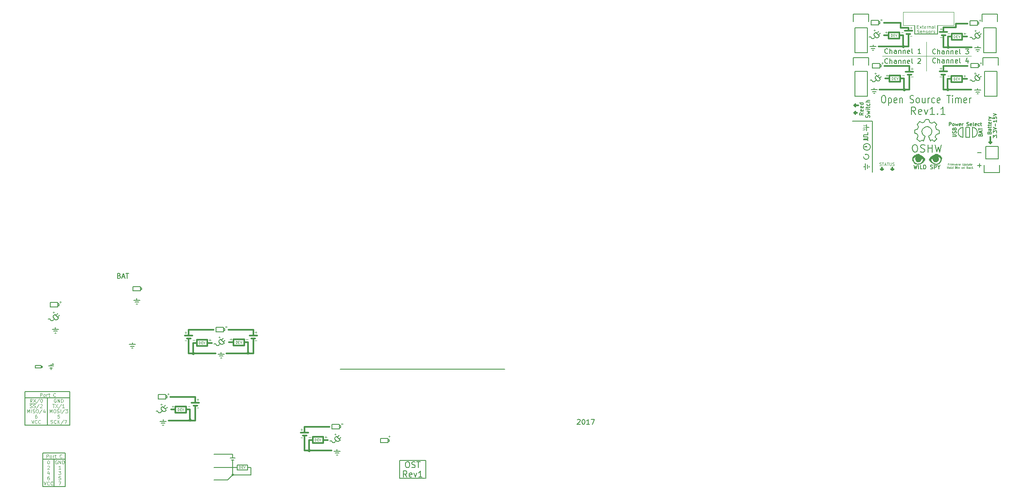
<source format=gto>
G04 #@! TF.FileFunction,Legend,Top*
%FSLAX46Y46*%
G04 Gerber Fmt 4.6, Leading zero omitted, Abs format (unit mm)*
G04 Created by KiCad (PCBNEW 4.0.2+dfsg1-stable) date Sun 13 Aug 2017 19:16:48 AEST*
%MOMM*%
G01*
G04 APERTURE LIST*
%ADD10C,0.100000*%
%ADD11C,0.200000*%
%ADD12C,0.400000*%
%ADD13C,0.150000*%
%ADD14C,0.125000*%
%ADD15C,0.300000*%
%ADD16C,0.120000*%
%ADD17C,0.115000*%
%ADD18C,0.110000*%
%ADD19C,0.010000*%
%ADD20C,0.203200*%
G04 APERTURE END LIST*
D10*
D11*
X214519048Y-122971429D02*
X215280953Y-122971429D01*
X214519048Y-125571429D02*
X215280953Y-125571429D01*
X214900001Y-125952381D02*
X214900001Y-125190476D01*
X26053000Y-166035000D02*
X26053000Y-166289000D01*
X25672000Y-166543000D02*
X25672000Y-166162000D01*
X25672000Y-167305000D02*
X25672000Y-166924000D01*
X25164000Y-166543000D02*
X26180000Y-166543000D01*
X25418000Y-166924000D02*
X25926000Y-166924000D01*
X25926000Y-166162000D02*
X26180000Y-166162000D01*
X29480000Y-178579000D02*
X20336000Y-178579000D01*
X20336000Y-178579000D02*
X20336000Y-171721000D01*
X20336000Y-172991000D02*
X29480000Y-172991000D01*
X29480000Y-171721000D02*
X29480000Y-178579000D01*
D10*
X21805334Y-173941667D02*
X21572000Y-173608333D01*
X21405334Y-173941667D02*
X21405334Y-173241667D01*
X21672000Y-173241667D01*
X21738667Y-173275000D01*
X21772000Y-173308333D01*
X21805334Y-173375000D01*
X21805334Y-173475000D01*
X21772000Y-173541667D01*
X21738667Y-173575000D01*
X21672000Y-173608333D01*
X21405334Y-173608333D01*
X22038667Y-173241667D02*
X22505334Y-173941667D01*
X22505334Y-173241667D02*
X22038667Y-173941667D01*
X23272001Y-173208333D02*
X22672001Y-174108333D01*
X23638667Y-173241667D02*
X23705334Y-173241667D01*
X23772000Y-173275000D01*
X23805334Y-173308333D01*
X23838667Y-173375000D01*
X23872000Y-173508333D01*
X23872000Y-173675000D01*
X23838667Y-173808333D01*
X23805334Y-173875000D01*
X23772000Y-173908333D01*
X23705334Y-173941667D01*
X23638667Y-173941667D01*
X23572000Y-173908333D01*
X23538667Y-173875000D01*
X23505334Y-173808333D01*
X23472000Y-173675000D01*
X23472000Y-173508333D01*
X23505334Y-173375000D01*
X23538667Y-173308333D01*
X23572000Y-173275000D01*
X23638667Y-173241667D01*
X21388666Y-174988333D02*
X21488666Y-175021667D01*
X21655333Y-175021667D01*
X21722000Y-174988333D01*
X21755333Y-174955000D01*
X21788666Y-174888333D01*
X21788666Y-174821667D01*
X21755333Y-174755000D01*
X21722000Y-174721667D01*
X21655333Y-174688333D01*
X21522000Y-174655000D01*
X21455333Y-174621667D01*
X21422000Y-174588333D01*
X21388666Y-174521667D01*
X21388666Y-174455000D01*
X21422000Y-174388333D01*
X21455333Y-174355000D01*
X21522000Y-174321667D01*
X21688666Y-174321667D01*
X21788666Y-174355000D01*
X22055333Y-174988333D02*
X22155333Y-175021667D01*
X22322000Y-175021667D01*
X22388667Y-174988333D01*
X22422000Y-174955000D01*
X22455333Y-174888333D01*
X22455333Y-174821667D01*
X22422000Y-174755000D01*
X22388667Y-174721667D01*
X22322000Y-174688333D01*
X22188667Y-174655000D01*
X22122000Y-174621667D01*
X22088667Y-174588333D01*
X22055333Y-174521667D01*
X22055333Y-174455000D01*
X22088667Y-174388333D01*
X22122000Y-174355000D01*
X22188667Y-174321667D01*
X22355333Y-174321667D01*
X22455333Y-174355000D01*
X21255333Y-174201000D02*
X22588667Y-174201000D01*
X23255334Y-174288333D02*
X22655334Y-175188333D01*
X23455333Y-174388333D02*
X23488667Y-174355000D01*
X23555333Y-174321667D01*
X23722000Y-174321667D01*
X23788667Y-174355000D01*
X23822000Y-174388333D01*
X23855333Y-174455000D01*
X23855333Y-174521667D01*
X23822000Y-174621667D01*
X23422000Y-175021667D01*
X23855333Y-175021667D01*
X20822001Y-176101667D02*
X20822001Y-175401667D01*
X21055334Y-175901667D01*
X21288667Y-175401667D01*
X21288667Y-176101667D01*
X21622001Y-176101667D02*
X21622001Y-175401667D01*
X21922000Y-176068333D02*
X22022000Y-176101667D01*
X22188667Y-176101667D01*
X22255334Y-176068333D01*
X22288667Y-176035000D01*
X22322000Y-175968333D01*
X22322000Y-175901667D01*
X22288667Y-175835000D01*
X22255334Y-175801667D01*
X22188667Y-175768333D01*
X22055334Y-175735000D01*
X21988667Y-175701667D01*
X21955334Y-175668333D01*
X21922000Y-175601667D01*
X21922000Y-175535000D01*
X21955334Y-175468333D01*
X21988667Y-175435000D01*
X22055334Y-175401667D01*
X22222000Y-175401667D01*
X22322000Y-175435000D01*
X22755334Y-175401667D02*
X22888667Y-175401667D01*
X22955334Y-175435000D01*
X23022001Y-175501667D01*
X23055334Y-175635000D01*
X23055334Y-175868333D01*
X23022001Y-176001667D01*
X22955334Y-176068333D01*
X22888667Y-176101667D01*
X22755334Y-176101667D01*
X22688667Y-176068333D01*
X22622001Y-176001667D01*
X22588667Y-175868333D01*
X22588667Y-175635000D01*
X22622001Y-175501667D01*
X22688667Y-175435000D01*
X22755334Y-175401667D01*
X23855334Y-175368333D02*
X23255334Y-176268333D01*
X24388667Y-175635000D02*
X24388667Y-176101667D01*
X24222000Y-175368333D02*
X24055333Y-175868333D01*
X24488667Y-175868333D01*
X22755334Y-176481667D02*
X22622000Y-176481667D01*
X22555334Y-176515000D01*
X22522000Y-176548333D01*
X22455334Y-176648333D01*
X22422000Y-176781667D01*
X22422000Y-177048333D01*
X22455334Y-177115000D01*
X22488667Y-177148333D01*
X22555334Y-177181667D01*
X22688667Y-177181667D01*
X22755334Y-177148333D01*
X22788667Y-177115000D01*
X22822000Y-177048333D01*
X22822000Y-176881667D01*
X22788667Y-176815000D01*
X22755334Y-176781667D01*
X22688667Y-176748333D01*
X22555334Y-176748333D01*
X22488667Y-176781667D01*
X22455334Y-176815000D01*
X22422000Y-176881667D01*
X21688667Y-177561667D02*
X21922000Y-178261667D01*
X22155333Y-177561667D01*
X22788667Y-178195000D02*
X22755333Y-178228333D01*
X22655333Y-178261667D01*
X22588667Y-178261667D01*
X22488667Y-178228333D01*
X22422000Y-178161667D01*
X22388667Y-178095000D01*
X22355333Y-177961667D01*
X22355333Y-177861667D01*
X22388667Y-177728333D01*
X22422000Y-177661667D01*
X22488667Y-177595000D01*
X22588667Y-177561667D01*
X22655333Y-177561667D01*
X22755333Y-177595000D01*
X22788667Y-177628333D01*
X23488667Y-178195000D02*
X23455333Y-178228333D01*
X23355333Y-178261667D01*
X23288667Y-178261667D01*
X23188667Y-178228333D01*
X23122000Y-178161667D01*
X23088667Y-178095000D01*
X23055333Y-177961667D01*
X23055333Y-177861667D01*
X23088667Y-177728333D01*
X23122000Y-177661667D01*
X23188667Y-177595000D01*
X23288667Y-177561667D01*
X23355333Y-177561667D01*
X23455333Y-177595000D01*
X23488667Y-177628333D01*
D11*
X20336000Y-171721000D02*
X29480000Y-171721000D01*
X28572000Y-184297000D02*
X28572000Y-191155000D01*
X26286000Y-185567000D02*
X26286000Y-191155000D01*
D10*
X26895667Y-185851000D02*
X26829001Y-185817667D01*
X26729001Y-185817667D01*
X26629001Y-185851000D01*
X26562334Y-185917667D01*
X26529001Y-185984333D01*
X26495667Y-186117667D01*
X26495667Y-186217667D01*
X26529001Y-186351000D01*
X26562334Y-186417667D01*
X26629001Y-186484333D01*
X26729001Y-186517667D01*
X26795667Y-186517667D01*
X26895667Y-186484333D01*
X26929001Y-186451000D01*
X26929001Y-186217667D01*
X26795667Y-186217667D01*
X27229001Y-186517667D02*
X27229001Y-185817667D01*
X27629001Y-186517667D01*
X27629001Y-185817667D01*
X27962334Y-186517667D02*
X27962334Y-185817667D01*
X28129000Y-185817667D01*
X28229000Y-185851000D01*
X28295667Y-185917667D01*
X28329000Y-185984333D01*
X28362334Y-186117667D01*
X28362334Y-186217667D01*
X28329000Y-186351000D01*
X28295667Y-186417667D01*
X28229000Y-186484333D01*
X28129000Y-186517667D01*
X27962334Y-186517667D01*
X27629000Y-187597667D02*
X27229000Y-187597667D01*
X27429000Y-187597667D02*
X27429000Y-186897667D01*
X27362334Y-186997667D01*
X27295667Y-187064333D01*
X27229000Y-187097667D01*
X27195667Y-187977667D02*
X27629000Y-187977667D01*
X27395667Y-188244333D01*
X27495667Y-188244333D01*
X27562334Y-188277667D01*
X27595667Y-188311000D01*
X27629000Y-188377667D01*
X27629000Y-188544333D01*
X27595667Y-188611000D01*
X27562334Y-188644333D01*
X27495667Y-188677667D01*
X27295667Y-188677667D01*
X27229000Y-188644333D01*
X27195667Y-188611000D01*
X27595667Y-189057667D02*
X27262334Y-189057667D01*
X27229000Y-189391000D01*
X27262334Y-189357667D01*
X27329000Y-189324333D01*
X27495667Y-189324333D01*
X27562334Y-189357667D01*
X27595667Y-189391000D01*
X27629000Y-189457667D01*
X27629000Y-189624333D01*
X27595667Y-189691000D01*
X27562334Y-189724333D01*
X27495667Y-189757667D01*
X27329000Y-189757667D01*
X27262334Y-189724333D01*
X27229000Y-189691000D01*
X27195667Y-190137667D02*
X27662334Y-190137667D01*
X27362334Y-190837667D01*
X25109667Y-185817667D02*
X25176334Y-185817667D01*
X25243000Y-185851000D01*
X25276334Y-185884333D01*
X25309667Y-185951000D01*
X25343000Y-186084333D01*
X25343000Y-186251000D01*
X25309667Y-186384333D01*
X25276334Y-186451000D01*
X25243000Y-186484333D01*
X25176334Y-186517667D01*
X25109667Y-186517667D01*
X25043000Y-186484333D01*
X25009667Y-186451000D01*
X24976334Y-186384333D01*
X24943000Y-186251000D01*
X24943000Y-186084333D01*
X24976334Y-185951000D01*
X25009667Y-185884333D01*
X25043000Y-185851000D01*
X25109667Y-185817667D01*
X24943000Y-186964333D02*
X24976334Y-186931000D01*
X25043000Y-186897667D01*
X25209667Y-186897667D01*
X25276334Y-186931000D01*
X25309667Y-186964333D01*
X25343000Y-187031000D01*
X25343000Y-187097667D01*
X25309667Y-187197667D01*
X24909667Y-187597667D01*
X25343000Y-187597667D01*
X25276334Y-188211000D02*
X25276334Y-188677667D01*
X25109667Y-187944333D02*
X24943000Y-188444333D01*
X25376334Y-188444333D01*
X25276334Y-189057667D02*
X25143000Y-189057667D01*
X25076334Y-189091000D01*
X25043000Y-189124333D01*
X24976334Y-189224333D01*
X24943000Y-189357667D01*
X24943000Y-189624333D01*
X24976334Y-189691000D01*
X25009667Y-189724333D01*
X25076334Y-189757667D01*
X25209667Y-189757667D01*
X25276334Y-189724333D01*
X25309667Y-189691000D01*
X25343000Y-189624333D01*
X25343000Y-189457667D01*
X25309667Y-189391000D01*
X25276334Y-189357667D01*
X25209667Y-189324333D01*
X25076334Y-189324333D01*
X25009667Y-189357667D01*
X24976334Y-189391000D01*
X24943000Y-189457667D01*
X24209667Y-190137667D02*
X24443000Y-190837667D01*
X24676333Y-190137667D01*
X25309667Y-190771000D02*
X25276333Y-190804333D01*
X25176333Y-190837667D01*
X25109667Y-190837667D01*
X25009667Y-190804333D01*
X24943000Y-190737667D01*
X24909667Y-190671000D01*
X24876333Y-190537667D01*
X24876333Y-190437667D01*
X24909667Y-190304333D01*
X24943000Y-190237667D01*
X25009667Y-190171000D01*
X25109667Y-190137667D01*
X25176333Y-190137667D01*
X25276333Y-190171000D01*
X25309667Y-190204333D01*
X26009667Y-190771000D02*
X25976333Y-190804333D01*
X25876333Y-190837667D01*
X25809667Y-190837667D01*
X25709667Y-190804333D01*
X25643000Y-190737667D01*
X25609667Y-190671000D01*
X25576333Y-190537667D01*
X25576333Y-190437667D01*
X25609667Y-190304333D01*
X25643000Y-190237667D01*
X25709667Y-190171000D01*
X25809667Y-190137667D01*
X25876333Y-190137667D01*
X25976333Y-190171000D01*
X26009667Y-190204333D01*
D11*
X23640000Y-166924000D02*
X23640000Y-166416000D01*
X23640000Y-166416000D02*
X22497000Y-166416000D01*
X22497000Y-166924000D02*
X23640000Y-166924000D01*
D12*
X23767000Y-166670000D02*
X23767000Y-166670000D01*
D11*
X22497000Y-166416000D02*
X22497000Y-166924000D01*
D10*
X23452668Y-172767667D02*
X23452668Y-172067667D01*
X23719334Y-172067667D01*
X23786001Y-172101000D01*
X23819334Y-172134333D01*
X23852668Y-172201000D01*
X23852668Y-172301000D01*
X23819334Y-172367667D01*
X23786001Y-172401000D01*
X23719334Y-172434333D01*
X23452668Y-172434333D01*
X24252668Y-172767667D02*
X24186001Y-172734333D01*
X24152668Y-172701000D01*
X24119334Y-172634333D01*
X24119334Y-172434333D01*
X24152668Y-172367667D01*
X24186001Y-172334333D01*
X24252668Y-172301000D01*
X24352668Y-172301000D01*
X24419334Y-172334333D01*
X24452668Y-172367667D01*
X24486001Y-172434333D01*
X24486001Y-172634333D01*
X24452668Y-172701000D01*
X24419334Y-172734333D01*
X24352668Y-172767667D01*
X24252668Y-172767667D01*
X24786001Y-172767667D02*
X24786001Y-172301000D01*
X24786001Y-172434333D02*
X24819334Y-172367667D01*
X24852667Y-172334333D01*
X24919334Y-172301000D01*
X24986001Y-172301000D01*
X25119334Y-172301000D02*
X25386000Y-172301000D01*
X25219334Y-172067667D02*
X25219334Y-172667667D01*
X25252667Y-172734333D01*
X25319334Y-172767667D01*
X25386000Y-172767667D01*
X26552667Y-172701000D02*
X26519333Y-172734333D01*
X26419333Y-172767667D01*
X26352667Y-172767667D01*
X26252667Y-172734333D01*
X26186000Y-172667667D01*
X26152667Y-172601000D01*
X26119333Y-172467667D01*
X26119333Y-172367667D01*
X26152667Y-172234333D01*
X26186000Y-172167667D01*
X26252667Y-172101000D01*
X26352667Y-172067667D01*
X26419333Y-172067667D01*
X26519333Y-172101000D01*
X26552667Y-172134333D01*
D11*
X29226000Y-172991000D02*
X24908000Y-172991000D01*
D10*
X26660667Y-173275000D02*
X26594001Y-173241667D01*
X26494001Y-173241667D01*
X26394001Y-173275000D01*
X26327334Y-173341667D01*
X26294001Y-173408333D01*
X26260667Y-173541667D01*
X26260667Y-173641667D01*
X26294001Y-173775000D01*
X26327334Y-173841667D01*
X26394001Y-173908333D01*
X26494001Y-173941667D01*
X26560667Y-173941667D01*
X26660667Y-173908333D01*
X26694001Y-173875000D01*
X26694001Y-173641667D01*
X26560667Y-173641667D01*
X26994001Y-173941667D02*
X26994001Y-173241667D01*
X27394001Y-173941667D01*
X27394001Y-173241667D01*
X27727334Y-173941667D02*
X27727334Y-173241667D01*
X27894000Y-173241667D01*
X27994000Y-173275000D01*
X28060667Y-173341667D01*
X28094000Y-173408333D01*
X28127334Y-173541667D01*
X28127334Y-173641667D01*
X28094000Y-173775000D01*
X28060667Y-173841667D01*
X27994000Y-173908333D01*
X27894000Y-173941667D01*
X27727334Y-173941667D01*
X25960667Y-174321667D02*
X26360667Y-174321667D01*
X26160667Y-175021667D02*
X26160667Y-174321667D01*
X26527333Y-174321667D02*
X26994000Y-175021667D01*
X26994000Y-174321667D02*
X26527333Y-175021667D01*
X27760667Y-174288333D02*
X27160667Y-175188333D01*
X28360666Y-175021667D02*
X27960666Y-175021667D01*
X28160666Y-175021667D02*
X28160666Y-174321667D01*
X28094000Y-174421667D01*
X28027333Y-174488333D01*
X27960666Y-174521667D01*
X25394001Y-176101667D02*
X25394001Y-175401667D01*
X25627334Y-175901667D01*
X25860667Y-175401667D01*
X25860667Y-176101667D01*
X26327334Y-175401667D02*
X26460667Y-175401667D01*
X26527334Y-175435000D01*
X26594001Y-175501667D01*
X26627334Y-175635000D01*
X26627334Y-175868333D01*
X26594001Y-176001667D01*
X26527334Y-176068333D01*
X26460667Y-176101667D01*
X26327334Y-176101667D01*
X26260667Y-176068333D01*
X26194001Y-176001667D01*
X26160667Y-175868333D01*
X26160667Y-175635000D01*
X26194001Y-175501667D01*
X26260667Y-175435000D01*
X26327334Y-175401667D01*
X26894000Y-176068333D02*
X26994000Y-176101667D01*
X27160667Y-176101667D01*
X27227334Y-176068333D01*
X27260667Y-176035000D01*
X27294000Y-175968333D01*
X27294000Y-175901667D01*
X27260667Y-175835000D01*
X27227334Y-175801667D01*
X27160667Y-175768333D01*
X27027334Y-175735000D01*
X26960667Y-175701667D01*
X26927334Y-175668333D01*
X26894000Y-175601667D01*
X26894000Y-175535000D01*
X26927334Y-175468333D01*
X26960667Y-175435000D01*
X27027334Y-175401667D01*
X27194000Y-175401667D01*
X27294000Y-175435000D01*
X27594001Y-176101667D02*
X27594001Y-175401667D01*
X28427334Y-175368333D02*
X27827334Y-176268333D01*
X28594000Y-175401667D02*
X29027333Y-175401667D01*
X28794000Y-175668333D01*
X28894000Y-175668333D01*
X28960667Y-175701667D01*
X28994000Y-175735000D01*
X29027333Y-175801667D01*
X29027333Y-175968333D01*
X28994000Y-176035000D01*
X28960667Y-176068333D01*
X28894000Y-176101667D01*
X28694000Y-176101667D01*
X28627333Y-176068333D01*
X28594000Y-176035000D01*
X27360667Y-176481667D02*
X27027334Y-176481667D01*
X26994000Y-176815000D01*
X27027334Y-176781667D01*
X27094000Y-176748333D01*
X27260667Y-176748333D01*
X27327334Y-176781667D01*
X27360667Y-176815000D01*
X27394000Y-176881667D01*
X27394000Y-177048333D01*
X27360667Y-177115000D01*
X27327334Y-177148333D01*
X27260667Y-177181667D01*
X27094000Y-177181667D01*
X27027334Y-177148333D01*
X26994000Y-177115000D01*
X25594000Y-178228333D02*
X25694000Y-178261667D01*
X25860667Y-178261667D01*
X25927334Y-178228333D01*
X25960667Y-178195000D01*
X25994000Y-178128333D01*
X25994000Y-178061667D01*
X25960667Y-177995000D01*
X25927334Y-177961667D01*
X25860667Y-177928333D01*
X25727334Y-177895000D01*
X25660667Y-177861667D01*
X25627334Y-177828333D01*
X25594000Y-177761667D01*
X25594000Y-177695000D01*
X25627334Y-177628333D01*
X25660667Y-177595000D01*
X25727334Y-177561667D01*
X25894000Y-177561667D01*
X25994000Y-177595000D01*
X26694001Y-178195000D02*
X26660667Y-178228333D01*
X26560667Y-178261667D01*
X26494001Y-178261667D01*
X26394001Y-178228333D01*
X26327334Y-178161667D01*
X26294001Y-178095000D01*
X26260667Y-177961667D01*
X26260667Y-177861667D01*
X26294001Y-177728333D01*
X26327334Y-177661667D01*
X26394001Y-177595000D01*
X26494001Y-177561667D01*
X26560667Y-177561667D01*
X26660667Y-177595000D01*
X26694001Y-177628333D01*
X26994001Y-178261667D02*
X26994001Y-177561667D01*
X27394001Y-178261667D02*
X27094001Y-177861667D01*
X27394001Y-177561667D02*
X26994001Y-177961667D01*
X28194001Y-177528333D02*
X27594001Y-178428333D01*
X28360667Y-177561667D02*
X28827334Y-177561667D01*
X28527334Y-178261667D01*
D11*
X24908000Y-172991000D02*
X24908000Y-178579000D01*
X24000000Y-184297000D02*
X28572000Y-184297000D01*
X28572000Y-185567000D02*
X24000000Y-185567000D01*
D10*
X24767168Y-185280167D02*
X24767168Y-184580167D01*
X25033834Y-184580167D01*
X25100501Y-184613500D01*
X25133834Y-184646833D01*
X25167168Y-184713500D01*
X25167168Y-184813500D01*
X25133834Y-184880167D01*
X25100501Y-184913500D01*
X25033834Y-184946833D01*
X24767168Y-184946833D01*
X25567168Y-185280167D02*
X25500501Y-185246833D01*
X25467168Y-185213500D01*
X25433834Y-185146833D01*
X25433834Y-184946833D01*
X25467168Y-184880167D01*
X25500501Y-184846833D01*
X25567168Y-184813500D01*
X25667168Y-184813500D01*
X25733834Y-184846833D01*
X25767168Y-184880167D01*
X25800501Y-184946833D01*
X25800501Y-185146833D01*
X25767168Y-185213500D01*
X25733834Y-185246833D01*
X25667168Y-185280167D01*
X25567168Y-185280167D01*
X26100501Y-185280167D02*
X26100501Y-184813500D01*
X26100501Y-184946833D02*
X26133834Y-184880167D01*
X26167167Y-184846833D01*
X26233834Y-184813500D01*
X26300501Y-184813500D01*
X26433834Y-184813500D02*
X26700500Y-184813500D01*
X26533834Y-184580167D02*
X26533834Y-185180167D01*
X26567167Y-185246833D01*
X26633834Y-185280167D01*
X26700500Y-185280167D01*
X27867167Y-185213500D02*
X27833833Y-185246833D01*
X27733833Y-185280167D01*
X27667167Y-185280167D01*
X27567167Y-185246833D01*
X27500500Y-185180167D01*
X27467167Y-185113500D01*
X27433833Y-184980167D01*
X27433833Y-184880167D01*
X27467167Y-184746833D01*
X27500500Y-184680167D01*
X27567167Y-184613500D01*
X27667167Y-184580167D01*
X27733833Y-184580167D01*
X27833833Y-184613500D01*
X27867167Y-184646833D01*
D11*
X24000000Y-191155000D02*
X24000000Y-184297000D01*
X28572000Y-191155000D02*
X24000000Y-191155000D01*
D13*
X39538505Y-148094871D02*
X39681362Y-148142490D01*
X39728981Y-148190110D01*
X39776600Y-148285348D01*
X39776600Y-148428205D01*
X39728981Y-148523443D01*
X39681362Y-148571062D01*
X39586124Y-148618681D01*
X39205171Y-148618681D01*
X39205171Y-147618681D01*
X39538505Y-147618681D01*
X39633743Y-147666300D01*
X39681362Y-147713919D01*
X39728981Y-147809157D01*
X39728981Y-147904395D01*
X39681362Y-147999633D01*
X39633743Y-148047252D01*
X39538505Y-148094871D01*
X39205171Y-148094871D01*
X40157552Y-148332967D02*
X40633743Y-148332967D01*
X40062314Y-148618681D02*
X40395647Y-147618681D01*
X40728981Y-148618681D01*
X40919457Y-147618681D02*
X41490886Y-147618681D01*
X41205171Y-148618681D02*
X41205171Y-147618681D01*
D11*
X43914600Y-151185300D02*
X43914600Y-150296300D01*
X42390600Y-151185300D02*
X43914600Y-151185300D01*
X42390600Y-150296300D02*
X42390600Y-151185300D01*
X43914600Y-150296300D02*
X42390600Y-150296300D01*
X44168600Y-150550300D02*
X44168600Y-150931300D01*
X44168600Y-150931300D02*
X43914600Y-150931300D01*
X43914600Y-150550300D02*
X44168600Y-150550300D01*
X43025600Y-153852300D02*
X43279600Y-153852300D01*
X42771600Y-153471300D02*
X43533600Y-153471300D01*
X42517600Y-153090300D02*
X43787600Y-153090300D01*
X41882600Y-162488300D02*
X42644600Y-162488300D01*
X41628600Y-162107300D02*
X42898600Y-162107300D01*
X43152600Y-153090300D02*
X43152600Y-152709300D01*
X42136600Y-162869300D02*
X42390600Y-162869300D01*
X42263600Y-162107300D02*
X42263600Y-161726300D01*
X26116500Y-156637000D02*
X26561000Y-157081500D01*
X26370500Y-156891000D02*
X25989500Y-157272000D01*
X25672000Y-157272000D02*
X25418000Y-156954500D01*
X25989500Y-157272000D02*
X25672000Y-157272000D01*
X25418000Y-156954500D02*
X25100500Y-156954500D01*
X27069000Y-153843000D02*
X27323000Y-153843000D01*
D14*
X27386524Y-153497714D02*
X27767476Y-153497714D01*
X27577000Y-153688190D02*
X27577000Y-153307238D01*
D11*
X27323000Y-153843000D02*
X27323000Y-154224000D01*
X25545000Y-153589000D02*
X25545000Y-154478000D01*
X25545000Y-154478000D02*
X27069000Y-154478000D01*
X27069000Y-154478000D02*
X27069000Y-153589000D01*
X27323000Y-154224000D02*
X27069000Y-154224000D01*
X27069000Y-153589000D02*
X25545000Y-153589000D01*
X26434000Y-156002000D02*
X27069000Y-156637000D01*
X27005500Y-156573500D02*
X27386500Y-156192500D01*
X26624500Y-156192500D02*
X27005500Y-155811500D01*
X26434000Y-156002000D02*
X26116500Y-156319500D01*
D14*
X25989524Y-155593214D02*
X26370476Y-155593214D01*
X26180000Y-155783690D02*
X26180000Y-155402738D01*
D11*
X26116500Y-156637000D02*
X26116500Y-156319500D01*
X27069000Y-156637000D02*
X27196000Y-156764000D01*
X27196000Y-156764000D02*
X26878500Y-157081500D01*
X26434000Y-159812000D02*
X26688000Y-159812000D01*
X26180000Y-159431000D02*
X26942000Y-159431000D01*
X26878500Y-157081500D02*
X26561000Y-157081500D01*
X25926000Y-159050000D02*
X27196000Y-159050000D01*
X26561000Y-159050000D02*
X26561000Y-158669000D01*
X49029679Y-175404685D02*
X49156679Y-175531685D01*
X48966179Y-175341185D02*
X49347179Y-174960185D01*
X48585179Y-174960185D02*
X48966179Y-174579185D01*
X48394679Y-174769685D02*
X49029679Y-175404685D01*
X49156679Y-175531685D02*
X48839179Y-175849185D01*
X48077179Y-175404685D02*
X48521679Y-175849185D01*
X48077179Y-175404685D02*
X48077179Y-175087185D01*
D14*
X47950203Y-174360899D02*
X48331155Y-174360899D01*
X48140679Y-174551375D02*
X48140679Y-174170423D01*
D11*
X48394679Y-174769685D02*
X48077179Y-175087185D01*
X47378679Y-175722185D02*
X47061179Y-175722185D01*
X47632679Y-176039685D02*
X47378679Y-175722185D01*
X48331179Y-175658685D02*
X47950179Y-176039685D01*
X47950179Y-176039685D02*
X47632679Y-176039685D01*
X47505679Y-173245685D02*
X49029679Y-173245685D01*
X49029679Y-173245685D02*
X49029679Y-172356685D01*
X47505679Y-172356685D02*
X47505679Y-173245685D01*
X49283679Y-172610685D02*
X49283679Y-172991685D01*
X49029679Y-172610685D02*
X49283679Y-172610685D01*
X49029679Y-172356685D02*
X47505679Y-172356685D01*
D14*
X49347203Y-172265399D02*
X49728155Y-172265399D01*
X49537679Y-172455875D02*
X49537679Y-172074923D01*
D11*
X49283679Y-172991685D02*
X49029679Y-172991685D01*
X48839179Y-175849185D02*
X48521679Y-175849185D01*
X47886679Y-177817685D02*
X49156679Y-177817685D01*
X48140679Y-178198685D02*
X48902679Y-178198685D01*
X48394679Y-178579685D02*
X48648679Y-178579685D01*
X48521679Y-177817685D02*
X48521679Y-177436685D01*
D15*
X49615000Y-177681000D02*
X55076000Y-177681000D01*
X55076000Y-172855000D02*
X49996000Y-172855000D01*
X53220679Y-176039685D02*
X53220679Y-174769685D01*
X53220679Y-174769685D02*
X51012000Y-174760000D01*
X51012000Y-176030000D02*
X53220679Y-176039685D01*
X53982679Y-175404685D02*
X53220679Y-175404685D01*
D14*
X67204524Y-159682714D02*
X67585476Y-159682714D01*
X67395000Y-159873190D02*
X67395000Y-159492238D01*
X67204524Y-161343399D02*
X67585476Y-161343399D01*
D15*
X66125000Y-160282000D02*
X67649000Y-160282000D01*
X66887000Y-159139000D02*
X66887000Y-160282000D01*
X66506000Y-160917000D02*
X67268000Y-160917000D01*
X65793679Y-161688685D02*
X65031679Y-161688685D01*
X66887000Y-160917000D02*
X66887000Y-163965000D01*
X65031679Y-162323685D02*
X65031679Y-161053685D01*
X65793679Y-161688685D02*
X65793679Y-163847685D01*
X65973284Y-163847685D02*
G75*
G03X65973284Y-163847685I-179605J0D01*
G01*
D11*
X60840679Y-158894685D02*
X61094679Y-158894685D01*
X61094679Y-159275685D02*
X60840679Y-159275685D01*
D14*
X61158203Y-158549399D02*
X61539155Y-158549399D01*
X61348679Y-158739875D02*
X61348679Y-158358923D01*
D11*
X61094679Y-158894685D02*
X61094679Y-159275685D01*
X60840679Y-159529685D02*
X60840679Y-158640685D01*
D14*
X65426524Y-161079714D02*
X65807476Y-161079714D01*
D15*
X65031679Y-161053685D02*
X62823000Y-161044000D01*
X61426000Y-163965000D02*
X66887000Y-163965000D01*
D14*
X62124524Y-161079714D02*
X62505476Y-161079714D01*
X62315000Y-161270190D02*
X62315000Y-160889238D01*
D15*
X66887000Y-159139000D02*
X61807000Y-159139000D01*
X62823000Y-162314000D02*
X65031679Y-162323685D01*
D11*
X60840679Y-161688685D02*
X60967679Y-161815685D01*
D14*
X63317251Y-161914875D02*
X63317251Y-161414875D01*
X63436298Y-161414875D01*
X63507727Y-161438685D01*
X63555346Y-161486304D01*
X63579155Y-161533923D01*
X63602965Y-161629161D01*
X63602965Y-161700590D01*
X63579155Y-161795828D01*
X63555346Y-161843447D01*
X63507727Y-161891066D01*
X63436298Y-161914875D01*
X63317251Y-161914875D01*
X63817251Y-161652971D02*
X63983917Y-161652971D01*
X64055346Y-161914875D02*
X63817251Y-161914875D01*
X63817251Y-161414875D01*
X64055346Y-161414875D01*
X64198203Y-161414875D02*
X64364870Y-161914875D01*
X64531536Y-161414875D01*
D15*
X61934000Y-161679000D02*
X62823000Y-161679000D01*
X62823000Y-161053685D02*
X62823000Y-162323685D01*
D11*
X60777179Y-161625185D02*
X61158179Y-161244185D01*
D15*
X58808679Y-159148685D02*
X53728679Y-159148685D01*
X55379679Y-161815685D02*
X54617679Y-161815685D01*
D14*
X57856203Y-161216399D02*
X58237155Y-161216399D01*
X58046679Y-161406875D02*
X58046679Y-161025923D01*
D15*
X57538679Y-161815685D02*
X58427679Y-161815685D01*
D11*
X59888179Y-161688685D02*
X59888179Y-161371185D01*
X59888179Y-161688685D02*
X60332679Y-162133185D01*
X60650179Y-162133185D02*
X60332679Y-162133185D01*
X60205679Y-161053685D02*
X60840679Y-161688685D01*
X60205679Y-161053685D02*
X59888179Y-161371185D01*
X60396179Y-161244185D02*
X60777179Y-160863185D01*
D15*
X57538679Y-162450685D02*
X57538679Y-161180685D01*
D14*
X55824251Y-162041875D02*
X55824251Y-161541875D01*
X55943298Y-161541875D01*
X56014727Y-161565685D01*
X56062346Y-161613304D01*
X56086155Y-161660923D01*
X56109965Y-161756161D01*
X56109965Y-161827590D01*
X56086155Y-161922828D01*
X56062346Y-161970447D01*
X56014727Y-162018066D01*
X55943298Y-162041875D01*
X55824251Y-162041875D01*
X56324251Y-161779971D02*
X56490917Y-161779971D01*
X56562346Y-162041875D02*
X56324251Y-162041875D01*
X56324251Y-161541875D01*
X56562346Y-161541875D01*
X56705203Y-161541875D02*
X56871870Y-162041875D01*
X57038536Y-161541875D01*
D15*
X55379679Y-161180685D02*
X55379679Y-162450685D01*
X57538679Y-161180685D02*
X55379679Y-161180685D01*
D14*
X59761203Y-160644899D02*
X60142155Y-160644899D01*
X59951679Y-160835375D02*
X59951679Y-160454423D01*
D11*
X59316679Y-159529685D02*
X60840679Y-159529685D01*
X59316679Y-158640685D02*
X59316679Y-159529685D01*
X60840679Y-158640685D02*
X59316679Y-158640685D01*
X59189679Y-162006185D02*
X58872179Y-162006185D01*
D15*
X53728679Y-163974685D02*
X59189679Y-163974685D01*
X53728679Y-160926685D02*
X53728679Y-163974685D01*
X55379679Y-162450685D02*
X57538679Y-162450685D01*
X54797284Y-163974685D02*
G75*
G03X54797284Y-163974685I-179605J0D01*
G01*
X54617679Y-161815685D02*
X54617679Y-163974685D01*
D11*
X59951679Y-164482685D02*
X60713679Y-164482685D01*
X60332679Y-164101685D02*
X60332679Y-163720685D01*
X60205679Y-164863685D02*
X60459679Y-164863685D01*
X59697679Y-164101685D02*
X60967679Y-164101685D01*
X59443679Y-162323685D02*
X59189679Y-162006185D01*
X60142179Y-161942685D02*
X59761179Y-162323685D01*
X60967679Y-161815685D02*
X60650179Y-162133185D01*
X59761179Y-162323685D02*
X59443679Y-162323685D01*
D14*
X54554203Y-161216399D02*
X54935155Y-161216399D01*
D15*
X53728679Y-159148685D02*
X53728679Y-160291685D01*
D14*
X52903203Y-159692399D02*
X53284155Y-159692399D01*
X53093679Y-159882875D02*
X53093679Y-159501923D01*
D15*
X52966679Y-160291685D02*
X54490679Y-160291685D01*
D14*
X52903203Y-161343399D02*
X53284155Y-161343399D01*
D15*
X53347679Y-160926685D02*
X54109679Y-160926685D01*
D14*
X55393524Y-175059399D02*
X55774476Y-175059399D01*
D15*
X55076000Y-174633000D02*
X55076000Y-177681000D01*
X53982679Y-175404685D02*
X53982679Y-177563685D01*
X54162284Y-177563685D02*
G75*
G03X54162284Y-177563685I-179605J0D01*
G01*
D14*
X53615524Y-174795714D02*
X53996476Y-174795714D01*
D15*
X55076000Y-172855000D02*
X55076000Y-173998000D01*
D14*
X55393524Y-173398714D02*
X55774476Y-173398714D01*
X55584000Y-173589190D02*
X55584000Y-173208238D01*
D15*
X54314000Y-173998000D02*
X55838000Y-173998000D01*
X54695000Y-174633000D02*
X55457000Y-174633000D01*
D14*
X50313524Y-174795714D02*
X50694476Y-174795714D01*
X50504000Y-174986190D02*
X50504000Y-174605238D01*
D15*
X51012000Y-174769685D02*
X51012000Y-176039685D01*
X50123000Y-175395000D02*
X51012000Y-175395000D01*
D14*
X51506251Y-175630875D02*
X51506251Y-175130875D01*
X51625298Y-175130875D01*
X51696727Y-175154685D01*
X51744346Y-175202304D01*
X51768155Y-175249923D01*
X51791965Y-175345161D01*
X51791965Y-175416590D01*
X51768155Y-175511828D01*
X51744346Y-175559447D01*
X51696727Y-175607066D01*
X51625298Y-175630875D01*
X51506251Y-175630875D01*
X52006251Y-175368971D02*
X52172917Y-175368971D01*
X52244346Y-175630875D02*
X52006251Y-175630875D01*
X52006251Y-175130875D01*
X52244346Y-175130875D01*
X52387203Y-175130875D02*
X52553870Y-175630875D01*
X52720536Y-175130875D01*
D11*
X58886000Y-187206000D02*
X63585000Y-187206000D01*
X62696000Y-188730000D02*
X61680000Y-189746000D01*
X61680000Y-189746000D02*
X58886000Y-189746000D01*
X62696000Y-185682000D02*
X62696000Y-188730000D01*
X62875605Y-188730000D02*
G75*
G03X62875605Y-188730000I-179605J0D01*
G01*
X66379000Y-188730000D02*
X62696000Y-188730000D01*
X66379000Y-187206000D02*
X66379000Y-188730000D01*
X65744000Y-186698000D02*
X63585000Y-186698000D01*
X63585000Y-187714000D02*
X65744000Y-187714000D01*
X63585000Y-186698000D02*
X63585000Y-187714000D01*
X65744000Y-187714000D02*
X65744000Y-186698000D01*
D14*
X64029572Y-187432190D02*
X64029572Y-186932190D01*
X64148619Y-186932190D01*
X64220048Y-186956000D01*
X64267667Y-187003619D01*
X64291476Y-187051238D01*
X64315286Y-187146476D01*
X64315286Y-187217905D01*
X64291476Y-187313143D01*
X64267667Y-187360762D01*
X64220048Y-187408381D01*
X64148619Y-187432190D01*
X64029572Y-187432190D01*
X64529572Y-187170286D02*
X64696238Y-187170286D01*
X64767667Y-187432190D02*
X64529572Y-187432190D01*
X64529572Y-186932190D01*
X64767667Y-186932190D01*
X64910524Y-186932190D02*
X65077191Y-187432190D01*
X65243857Y-186932190D01*
D11*
X65744000Y-187206000D02*
X66379000Y-187206000D01*
X62696000Y-184539000D02*
X62696000Y-185301000D01*
X58886000Y-184539000D02*
X62696000Y-184539000D01*
X62188000Y-185301000D02*
X63204000Y-185301000D01*
X62442000Y-185682000D02*
X62950000Y-185682000D01*
D14*
X79446251Y-181853875D02*
X79446251Y-181353875D01*
X79565298Y-181353875D01*
X79636727Y-181377685D01*
X79684346Y-181425304D01*
X79708155Y-181472923D01*
X79731965Y-181568161D01*
X79731965Y-181639590D01*
X79708155Y-181734828D01*
X79684346Y-181782447D01*
X79636727Y-181830066D01*
X79565298Y-181853875D01*
X79446251Y-181853875D01*
X79946251Y-181591971D02*
X80112917Y-181591971D01*
X80184346Y-181853875D02*
X79946251Y-181853875D01*
X79946251Y-181353875D01*
X80184346Y-181353875D01*
X80327203Y-181353875D02*
X80493870Y-181853875D01*
X80660536Y-181353875D01*
D15*
X79001679Y-182262685D02*
X81160679Y-182262685D01*
X81160679Y-180992685D02*
X79001679Y-180992685D01*
X79001679Y-180992685D02*
X79001679Y-182262685D01*
X81160679Y-182262685D02*
X81160679Y-180992685D01*
X77350679Y-178960685D02*
X77350679Y-180103685D01*
D14*
X78176203Y-181028399D02*
X78557155Y-181028399D01*
D15*
X76969679Y-180738685D02*
X77731679Y-180738685D01*
D14*
X76525203Y-179504399D02*
X76906155Y-179504399D01*
X76715679Y-179694875D02*
X76715679Y-179313923D01*
X76525203Y-181155399D02*
X76906155Y-181155399D01*
D15*
X76588679Y-180103685D02*
X78112679Y-180103685D01*
X78239679Y-181627685D02*
X78239679Y-183786685D01*
X77350679Y-180738685D02*
X77350679Y-183786685D01*
X77350679Y-183786685D02*
X82811679Y-183786685D01*
X78419284Y-183786685D02*
G75*
G03X78419284Y-183786685I-179605J0D01*
G01*
X79001679Y-181627685D02*
X78239679Y-181627685D01*
D11*
X83954679Y-183913685D02*
X83954679Y-183532685D01*
D14*
X83383203Y-180456899D02*
X83764155Y-180456899D01*
X83573679Y-180647375D02*
X83573679Y-180266423D01*
D11*
X84272179Y-181945185D02*
X83954679Y-181945185D01*
X83764179Y-181754685D02*
X83383179Y-182135685D01*
X84018179Y-181056185D02*
X84399179Y-180675185D01*
X83827679Y-180865685D02*
X83510179Y-181183185D01*
X83383179Y-182135685D02*
X83065679Y-182135685D01*
X83065679Y-182135685D02*
X82811679Y-181818185D01*
X82811679Y-181818185D02*
X82494179Y-181818185D01*
D15*
X81160679Y-181627685D02*
X82049679Y-181627685D01*
X82430679Y-178960685D02*
X77350679Y-178960685D01*
D14*
X81478203Y-181028399D02*
X81859155Y-181028399D01*
X81668679Y-181218875D02*
X81668679Y-180837923D01*
D11*
X84462679Y-181500685D02*
X84589679Y-181627685D01*
X83827679Y-180865685D02*
X84462679Y-181500685D01*
X83510179Y-181500685D02*
X83954679Y-181945185D01*
X83510179Y-181500685D02*
X83510179Y-181183185D01*
X84399179Y-181437185D02*
X84780179Y-181056185D01*
X84462679Y-178452685D02*
X82938679Y-178452685D01*
X84716679Y-179087685D02*
X84462679Y-179087685D01*
X84462679Y-179341685D02*
X84462679Y-178452685D01*
X82938679Y-178452685D02*
X82938679Y-179341685D01*
X82938679Y-179341685D02*
X84462679Y-179341685D01*
X96698300Y-185774500D02*
X102032300Y-185774500D01*
X98222443Y-186082357D02*
X98451014Y-186082357D01*
X98565300Y-186139500D01*
X98679586Y-186253786D01*
X98736728Y-186482357D01*
X98736728Y-186882357D01*
X98679586Y-187110929D01*
X98565300Y-187225214D01*
X98451014Y-187282357D01*
X98222443Y-187282357D01*
X98108157Y-187225214D01*
X97993871Y-187110929D01*
X97936728Y-186882357D01*
X97936728Y-186482357D01*
X97993871Y-186253786D01*
X98108157Y-186139500D01*
X98222443Y-186082357D01*
X99193871Y-187225214D02*
X99365300Y-187282357D01*
X99651014Y-187282357D01*
X99765300Y-187225214D01*
X99822443Y-187168071D01*
X99879586Y-187053786D01*
X99879586Y-186939500D01*
X99822443Y-186825214D01*
X99765300Y-186768071D01*
X99651014Y-186710929D01*
X99422443Y-186653786D01*
X99308157Y-186596643D01*
X99251014Y-186539500D01*
X99193871Y-186425214D01*
X99193871Y-186310929D01*
X99251014Y-186196643D01*
X99308157Y-186139500D01*
X99422443Y-186082357D01*
X99708157Y-186082357D01*
X99879586Y-186139500D01*
X100222443Y-186082357D02*
X100908157Y-186082357D01*
X100565300Y-187282357D02*
X100565300Y-186082357D01*
X98193872Y-189162357D02*
X97793872Y-188590929D01*
X97508157Y-189162357D02*
X97508157Y-187962357D01*
X97965300Y-187962357D01*
X98079586Y-188019500D01*
X98136729Y-188076643D01*
X98193872Y-188190929D01*
X98193872Y-188362357D01*
X98136729Y-188476643D01*
X98079586Y-188533786D01*
X97965300Y-188590929D01*
X97508157Y-188590929D01*
X99165300Y-189105214D02*
X99051014Y-189162357D01*
X98822443Y-189162357D01*
X98708157Y-189105214D01*
X98651014Y-188990929D01*
X98651014Y-188533786D01*
X98708157Y-188419500D01*
X98822443Y-188362357D01*
X99051014Y-188362357D01*
X99165300Y-188419500D01*
X99222443Y-188533786D01*
X99222443Y-188648071D01*
X98651014Y-188762357D01*
X99622443Y-188362357D02*
X99908157Y-189162357D01*
X100193871Y-188362357D01*
X101279586Y-189162357D02*
X100593871Y-189162357D01*
X100936729Y-189162357D02*
X100936729Y-187962357D01*
X100822443Y-188133786D01*
X100708157Y-188248071D01*
X100593871Y-188305214D01*
X102032300Y-185774500D02*
X102032300Y-189457500D01*
X96698300Y-189457500D02*
X96698300Y-185774500D01*
X96698300Y-189457500D02*
X101905300Y-189457500D01*
X132935714Y-177517619D02*
X132983333Y-177470000D01*
X133078571Y-177422381D01*
X133316667Y-177422381D01*
X133411905Y-177470000D01*
X133459524Y-177517619D01*
X133507143Y-177612857D01*
X133507143Y-177708095D01*
X133459524Y-177850952D01*
X132888095Y-178422381D01*
X133507143Y-178422381D01*
X134126190Y-177422381D02*
X134221429Y-177422381D01*
X134316667Y-177470000D01*
X134364286Y-177517619D01*
X134411905Y-177612857D01*
X134459524Y-177803333D01*
X134459524Y-178041429D01*
X134411905Y-178231905D01*
X134364286Y-178327143D01*
X134316667Y-178374762D01*
X134221429Y-178422381D01*
X134126190Y-178422381D01*
X134030952Y-178374762D01*
X133983333Y-178327143D01*
X133935714Y-178231905D01*
X133888095Y-178041429D01*
X133888095Y-177803333D01*
X133935714Y-177612857D01*
X133983333Y-177517619D01*
X134030952Y-177470000D01*
X134126190Y-177422381D01*
X135411905Y-178422381D02*
X134840476Y-178422381D01*
X135126190Y-178422381D02*
X135126190Y-177422381D01*
X135030952Y-177565238D01*
X134935714Y-177660476D01*
X134840476Y-177708095D01*
X135745238Y-177422381D02*
X136411905Y-177422381D01*
X135983333Y-178422381D01*
D14*
X84780203Y-178361399D02*
X85161155Y-178361399D01*
X84970679Y-178551875D02*
X84970679Y-178170923D01*
D11*
X84462679Y-178706685D02*
X84716679Y-178706685D01*
X84716679Y-178706685D02*
X84716679Y-179087685D01*
X118160800Y-167157400D02*
X84632800Y-167157400D01*
X84589679Y-181627685D02*
X84272179Y-181945185D01*
X83319679Y-183913685D02*
X84589679Y-183913685D01*
X83827679Y-184675685D02*
X84081679Y-184675685D01*
X83573679Y-184294685D02*
X84335679Y-184294685D01*
D15*
X217397000Y-120899000D02*
X217143000Y-121153000D01*
X217270000Y-120899000D02*
X217397000Y-120899000D01*
X216889000Y-120899000D02*
X217270000Y-120899000D01*
X217143000Y-121153000D02*
X216889000Y-120899000D01*
X217143000Y-119756000D02*
X217143000Y-121153000D01*
D13*
X216909000Y-118919999D02*
X216942333Y-118819999D01*
X216975667Y-118786666D01*
X217042333Y-118753332D01*
X217142333Y-118753332D01*
X217209000Y-118786666D01*
X217242333Y-118819999D01*
X217275667Y-118886666D01*
X217275667Y-119153332D01*
X216575667Y-119153332D01*
X216575667Y-118919999D01*
X216609000Y-118853332D01*
X216642333Y-118819999D01*
X216709000Y-118786666D01*
X216775667Y-118786666D01*
X216842333Y-118819999D01*
X216875667Y-118853332D01*
X216909000Y-118919999D01*
X216909000Y-119153332D01*
X217275667Y-118153332D02*
X216909000Y-118153332D01*
X216842333Y-118186666D01*
X216809000Y-118253332D01*
X216809000Y-118386666D01*
X216842333Y-118453332D01*
X217242333Y-118153332D02*
X217275667Y-118219999D01*
X217275667Y-118386666D01*
X217242333Y-118453332D01*
X217175667Y-118486666D01*
X217109000Y-118486666D01*
X217042333Y-118453332D01*
X217009000Y-118386666D01*
X217009000Y-118219999D01*
X216975667Y-118153332D01*
X216809000Y-117919999D02*
X216809000Y-117653333D01*
X216575667Y-117819999D02*
X217175667Y-117819999D01*
X217242333Y-117786666D01*
X217275667Y-117719999D01*
X217275667Y-117653333D01*
X216809000Y-117519999D02*
X216809000Y-117253333D01*
X216575667Y-117419999D02*
X217175667Y-117419999D01*
X217242333Y-117386666D01*
X217275667Y-117319999D01*
X217275667Y-117253333D01*
X217242333Y-116753333D02*
X217275667Y-116819999D01*
X217275667Y-116953333D01*
X217242333Y-117019999D01*
X217175667Y-117053333D01*
X216909000Y-117053333D01*
X216842333Y-117019999D01*
X216809000Y-116953333D01*
X216809000Y-116819999D01*
X216842333Y-116753333D01*
X216909000Y-116719999D01*
X216975667Y-116719999D01*
X217042333Y-117053333D01*
X217275667Y-116419999D02*
X216809000Y-116419999D01*
X216942333Y-116419999D02*
X216875667Y-116386666D01*
X216842333Y-116353333D01*
X216809000Y-116286666D01*
X216809000Y-116219999D01*
X216809000Y-116053333D02*
X217275667Y-115886666D01*
X216809000Y-115720000D02*
X217275667Y-115886666D01*
X217442333Y-115953333D01*
X217475667Y-115986666D01*
X217509000Y-116053333D01*
X217705667Y-119903334D02*
X217705667Y-119470001D01*
X217972333Y-119703334D01*
X217972333Y-119603334D01*
X218005667Y-119536667D01*
X218039000Y-119503334D01*
X218105667Y-119470001D01*
X218272333Y-119470001D01*
X218339000Y-119503334D01*
X218372333Y-119536667D01*
X218405667Y-119603334D01*
X218405667Y-119803334D01*
X218372333Y-119870001D01*
X218339000Y-119903334D01*
X218339000Y-119170000D02*
X218372333Y-119136667D01*
X218405667Y-119170000D01*
X218372333Y-119203334D01*
X218339000Y-119170000D01*
X218405667Y-119170000D01*
X217705667Y-118903334D02*
X217705667Y-118470001D01*
X217972333Y-118703334D01*
X217972333Y-118603334D01*
X218005667Y-118536667D01*
X218039000Y-118503334D01*
X218105667Y-118470001D01*
X218272333Y-118470001D01*
X218339000Y-118503334D01*
X218372333Y-118536667D01*
X218405667Y-118603334D01*
X218405667Y-118803334D01*
X218372333Y-118870001D01*
X218339000Y-118903334D01*
X217705667Y-118270000D02*
X218405667Y-118036667D01*
X217705667Y-117803334D01*
X218139000Y-117570000D02*
X218139000Y-117036667D01*
X218405667Y-116336667D02*
X218405667Y-116736667D01*
X218405667Y-116536667D02*
X217705667Y-116536667D01*
X217805667Y-116603333D01*
X217872333Y-116670000D01*
X217905667Y-116736667D01*
X217705667Y-115703333D02*
X217705667Y-116036666D01*
X218039000Y-116070000D01*
X218005667Y-116036666D01*
X217972333Y-115970000D01*
X217972333Y-115803333D01*
X218005667Y-115736666D01*
X218039000Y-115703333D01*
X218105667Y-115670000D01*
X218272333Y-115670000D01*
X218339000Y-115703333D01*
X218372333Y-115736666D01*
X218405667Y-115803333D01*
X218405667Y-115970000D01*
X218372333Y-116036666D01*
X218339000Y-116070000D01*
X217705667Y-115469999D02*
X218405667Y-115236666D01*
X217705667Y-115003333D01*
X215115000Y-119352666D02*
X215148333Y-119252666D01*
X215181667Y-119219333D01*
X215248333Y-119185999D01*
X215348333Y-119185999D01*
X215415000Y-119219333D01*
X215448333Y-119252666D01*
X215481667Y-119319333D01*
X215481667Y-119585999D01*
X214781667Y-119585999D01*
X214781667Y-119352666D01*
X214815000Y-119285999D01*
X214848333Y-119252666D01*
X214915000Y-119219333D01*
X214981667Y-119219333D01*
X215048333Y-119252666D01*
X215081667Y-119285999D01*
X215115000Y-119352666D01*
X215115000Y-119585999D01*
X215281667Y-118919333D02*
X215281667Y-118585999D01*
X215481667Y-118985999D02*
X214781667Y-118752666D01*
X215481667Y-118519333D01*
X214781667Y-118385999D02*
X214781667Y-117985999D01*
X215481667Y-118185999D02*
X214781667Y-118185999D01*
D14*
X94422524Y-180892714D02*
X94803476Y-180892714D01*
X94613000Y-181083190D02*
X94613000Y-180702238D01*
D11*
X92807600Y-182182300D02*
X94331600Y-182182300D01*
X94331600Y-181293300D02*
X92807600Y-181293300D01*
X94585600Y-181928300D02*
X94331600Y-181928300D01*
X94331600Y-181547300D02*
X94585600Y-181547300D01*
X94331600Y-182182300D02*
X94331600Y-181293300D01*
X92807600Y-181293300D02*
X92807600Y-182182300D01*
X94585600Y-181547300D02*
X94585600Y-181928300D01*
D13*
X208723334Y-117501667D02*
X208723334Y-116801667D01*
X208990000Y-116801667D01*
X209056667Y-116835000D01*
X209090000Y-116868333D01*
X209123334Y-116935000D01*
X209123334Y-117035000D01*
X209090000Y-117101667D01*
X209056667Y-117135000D01*
X208990000Y-117168333D01*
X208723334Y-117168333D01*
X209523334Y-117501667D02*
X209456667Y-117468333D01*
X209423334Y-117435000D01*
X209390000Y-117368333D01*
X209390000Y-117168333D01*
X209423334Y-117101667D01*
X209456667Y-117068333D01*
X209523334Y-117035000D01*
X209623334Y-117035000D01*
X209690000Y-117068333D01*
X209723334Y-117101667D01*
X209756667Y-117168333D01*
X209756667Y-117368333D01*
X209723334Y-117435000D01*
X209690000Y-117468333D01*
X209623334Y-117501667D01*
X209523334Y-117501667D01*
X209990000Y-117035000D02*
X210123333Y-117501667D01*
X210256667Y-117168333D01*
X210390000Y-117501667D01*
X210523333Y-117035000D01*
X211056666Y-117468333D02*
X210990000Y-117501667D01*
X210856666Y-117501667D01*
X210790000Y-117468333D01*
X210756666Y-117401667D01*
X210756666Y-117135000D01*
X210790000Y-117068333D01*
X210856666Y-117035000D01*
X210990000Y-117035000D01*
X211056666Y-117068333D01*
X211090000Y-117135000D01*
X211090000Y-117201667D01*
X210756666Y-117268333D01*
X211390000Y-117501667D02*
X211390000Y-117035000D01*
X211390000Y-117168333D02*
X211423333Y-117101667D01*
X211456666Y-117068333D01*
X211523333Y-117035000D01*
X211590000Y-117035000D01*
X212323332Y-117468333D02*
X212423332Y-117501667D01*
X212589999Y-117501667D01*
X212656666Y-117468333D01*
X212689999Y-117435000D01*
X212723332Y-117368333D01*
X212723332Y-117301667D01*
X212689999Y-117235000D01*
X212656666Y-117201667D01*
X212589999Y-117168333D01*
X212456666Y-117135000D01*
X212389999Y-117101667D01*
X212356666Y-117068333D01*
X212323332Y-117001667D01*
X212323332Y-116935000D01*
X212356666Y-116868333D01*
X212389999Y-116835000D01*
X212456666Y-116801667D01*
X212623332Y-116801667D01*
X212723332Y-116835000D01*
X213289999Y-117468333D02*
X213223333Y-117501667D01*
X213089999Y-117501667D01*
X213023333Y-117468333D01*
X212989999Y-117401667D01*
X212989999Y-117135000D01*
X213023333Y-117068333D01*
X213089999Y-117035000D01*
X213223333Y-117035000D01*
X213289999Y-117068333D01*
X213323333Y-117135000D01*
X213323333Y-117201667D01*
X212989999Y-117268333D01*
X213723333Y-117501667D02*
X213656666Y-117468333D01*
X213623333Y-117401667D01*
X213623333Y-116801667D01*
X214256666Y-117468333D02*
X214190000Y-117501667D01*
X214056666Y-117501667D01*
X213990000Y-117468333D01*
X213956666Y-117401667D01*
X213956666Y-117135000D01*
X213990000Y-117068333D01*
X214056666Y-117035000D01*
X214190000Y-117035000D01*
X214256666Y-117068333D01*
X214290000Y-117135000D01*
X214290000Y-117201667D01*
X213956666Y-117268333D01*
X214890000Y-117468333D02*
X214823333Y-117501667D01*
X214690000Y-117501667D01*
X214623333Y-117468333D01*
X214590000Y-117435000D01*
X214556666Y-117368333D01*
X214556666Y-117168333D01*
X214590000Y-117101667D01*
X214623333Y-117068333D01*
X214690000Y-117035000D01*
X214823333Y-117035000D01*
X214890000Y-117068333D01*
X215090000Y-117035000D02*
X215356666Y-117035000D01*
X215190000Y-116801667D02*
X215190000Y-117401667D01*
X215223333Y-117468333D01*
X215290000Y-117501667D01*
X215356666Y-117501667D01*
D15*
X197115500Y-126001516D02*
X197115500Y-126554155D01*
X197115500Y-126548200D02*
X197369500Y-126345000D01*
X197369500Y-126345000D02*
X196861500Y-126345000D01*
X197115500Y-126548200D02*
X196861500Y-126345000D01*
X195032700Y-126001516D02*
X195032700Y-126554155D01*
X195032700Y-126548200D02*
X195286700Y-126345000D01*
X195286700Y-126345000D02*
X194778700Y-126345000D01*
X195032700Y-126548200D02*
X194778700Y-126345000D01*
D16*
X194524886Y-125597257D02*
X194610600Y-125625829D01*
X194753457Y-125625829D01*
X194810600Y-125597257D01*
X194839171Y-125568686D01*
X194867743Y-125511543D01*
X194867743Y-125454400D01*
X194839171Y-125397257D01*
X194810600Y-125368686D01*
X194753457Y-125340114D01*
X194639171Y-125311543D01*
X194582029Y-125282971D01*
X194553457Y-125254400D01*
X194524886Y-125197257D01*
X194524886Y-125140114D01*
X194553457Y-125082971D01*
X194582029Y-125054400D01*
X194639171Y-125025829D01*
X194782029Y-125025829D01*
X194867743Y-125054400D01*
X195039172Y-125025829D02*
X195382029Y-125025829D01*
X195210600Y-125625829D02*
X195210600Y-125025829D01*
X195553458Y-125454400D02*
X195839172Y-125454400D01*
X195496315Y-125625829D02*
X195696315Y-125025829D01*
X195896315Y-125625829D01*
X196010601Y-125025829D02*
X196353458Y-125025829D01*
X196182029Y-125625829D02*
X196182029Y-125025829D01*
X196553458Y-125025829D02*
X196553458Y-125511543D01*
X196582030Y-125568686D01*
X196610601Y-125597257D01*
X196667744Y-125625829D01*
X196782030Y-125625829D01*
X196839172Y-125597257D01*
X196867744Y-125568686D01*
X196896315Y-125511543D01*
X196896315Y-125025829D01*
X197153458Y-125597257D02*
X197239172Y-125625829D01*
X197382029Y-125625829D01*
X197439172Y-125597257D01*
X197467743Y-125568686D01*
X197496315Y-125511543D01*
X197496315Y-125454400D01*
X197467743Y-125397257D01*
X197439172Y-125368686D01*
X197382029Y-125340114D01*
X197267743Y-125311543D01*
X197210601Y-125282971D01*
X197182029Y-125254400D01*
X197153458Y-125197257D01*
X197153458Y-125140114D01*
X197182029Y-125082971D01*
X197210601Y-125054400D01*
X197267743Y-125025829D01*
X197410601Y-125025829D01*
X197496315Y-125054400D01*
D15*
X189560200Y-115125500D02*
X189560200Y-114617500D01*
X189357000Y-114871500D02*
X189560200Y-115125500D01*
X189903684Y-114871500D02*
X189351045Y-114871500D01*
X189357000Y-114871500D02*
X189560200Y-114617500D01*
X189560200Y-113588800D02*
X189560200Y-113080800D01*
X189357000Y-113334800D02*
X189560200Y-113588800D01*
X189357000Y-113334800D02*
X189560200Y-113080800D01*
X190220600Y-113334800D02*
X189351045Y-113334800D01*
D11*
X191217905Y-114846000D02*
X190836952Y-115112667D01*
X191217905Y-115303143D02*
X190417905Y-115303143D01*
X190417905Y-114998381D01*
X190456000Y-114922190D01*
X190494095Y-114884095D01*
X190570286Y-114846000D01*
X190684571Y-114846000D01*
X190760762Y-114884095D01*
X190798857Y-114922190D01*
X190836952Y-114998381D01*
X190836952Y-115303143D01*
X191179810Y-114198381D02*
X191217905Y-114274571D01*
X191217905Y-114426952D01*
X191179810Y-114503143D01*
X191103619Y-114541238D01*
X190798857Y-114541238D01*
X190722667Y-114503143D01*
X190684571Y-114426952D01*
X190684571Y-114274571D01*
X190722667Y-114198381D01*
X190798857Y-114160286D01*
X190875048Y-114160286D01*
X190951238Y-114541238D01*
X191179810Y-113512667D02*
X191217905Y-113588857D01*
X191217905Y-113741238D01*
X191179810Y-113817429D01*
X191103619Y-113855524D01*
X190798857Y-113855524D01*
X190722667Y-113817429D01*
X190684571Y-113741238D01*
X190684571Y-113588857D01*
X190722667Y-113512667D01*
X190798857Y-113474572D01*
X190875048Y-113474572D01*
X190951238Y-113855524D01*
X191217905Y-112788858D02*
X190417905Y-112788858D01*
X191179810Y-112788858D02*
X191217905Y-112865048D01*
X191217905Y-113017429D01*
X191179810Y-113093620D01*
X191141714Y-113131715D01*
X191065524Y-113169810D01*
X190836952Y-113169810D01*
X190760762Y-113131715D01*
X190722667Y-113093620D01*
X190684571Y-113017429D01*
X190684571Y-112865048D01*
X190722667Y-112788858D01*
X192499810Y-115817428D02*
X192537905Y-115703142D01*
X192537905Y-115512666D01*
X192499810Y-115436476D01*
X192461714Y-115398380D01*
X192385524Y-115360285D01*
X192309333Y-115360285D01*
X192233143Y-115398380D01*
X192195048Y-115436476D01*
X192156952Y-115512666D01*
X192118857Y-115665047D01*
X192080762Y-115741238D01*
X192042667Y-115779333D01*
X191966476Y-115817428D01*
X191890286Y-115817428D01*
X191814095Y-115779333D01*
X191776000Y-115741238D01*
X191737905Y-115665047D01*
X191737905Y-115474571D01*
X191776000Y-115360285D01*
X192004571Y-115093618D02*
X192537905Y-114941237D01*
X192156952Y-114788856D01*
X192537905Y-114636475D01*
X192004571Y-114484094D01*
X192537905Y-114179333D02*
X192004571Y-114179333D01*
X191737905Y-114179333D02*
X191776000Y-114217428D01*
X191814095Y-114179333D01*
X191776000Y-114141238D01*
X191737905Y-114179333D01*
X191814095Y-114179333D01*
X192004571Y-113912667D02*
X192004571Y-113607905D01*
X191737905Y-113798381D02*
X192423619Y-113798381D01*
X192499810Y-113760286D01*
X192537905Y-113684095D01*
X192537905Y-113607905D01*
X192499810Y-112998381D02*
X192537905Y-113074571D01*
X192537905Y-113226952D01*
X192499810Y-113303143D01*
X192461714Y-113341238D01*
X192385524Y-113379333D01*
X192156952Y-113379333D01*
X192080762Y-113341238D01*
X192042667Y-113303143D01*
X192004571Y-113226952D01*
X192004571Y-113074571D01*
X192042667Y-112998381D01*
X192537905Y-112655524D02*
X191737905Y-112655524D01*
X192537905Y-112312667D02*
X192118857Y-112312667D01*
X192042667Y-112350762D01*
X192004571Y-112426952D01*
X192004571Y-112541238D01*
X192042667Y-112617429D01*
X192080762Y-112655524D01*
D10*
X204089000Y-100380746D02*
X204089000Y-106274105D01*
X195071996Y-103238300D02*
X213245717Y-103238300D01*
D13*
X205956281Y-104573343D02*
X205908662Y-104620962D01*
X205765805Y-104668581D01*
X205670567Y-104668581D01*
X205527709Y-104620962D01*
X205432471Y-104525724D01*
X205384852Y-104430486D01*
X205337233Y-104240010D01*
X205337233Y-104097152D01*
X205384852Y-103906676D01*
X205432471Y-103811438D01*
X205527709Y-103716200D01*
X205670567Y-103668581D01*
X205765805Y-103668581D01*
X205908662Y-103716200D01*
X205956281Y-103763819D01*
X206384852Y-104668581D02*
X206384852Y-103668581D01*
X206813424Y-104668581D02*
X206813424Y-104144771D01*
X206765805Y-104049533D01*
X206670567Y-104001914D01*
X206527709Y-104001914D01*
X206432471Y-104049533D01*
X206384852Y-104097152D01*
X207718186Y-104668581D02*
X207718186Y-104144771D01*
X207670567Y-104049533D01*
X207575329Y-104001914D01*
X207384852Y-104001914D01*
X207289614Y-104049533D01*
X207718186Y-104620962D02*
X207622948Y-104668581D01*
X207384852Y-104668581D01*
X207289614Y-104620962D01*
X207241995Y-104525724D01*
X207241995Y-104430486D01*
X207289614Y-104335248D01*
X207384852Y-104287629D01*
X207622948Y-104287629D01*
X207718186Y-104240010D01*
X208194376Y-104001914D02*
X208194376Y-104668581D01*
X208194376Y-104097152D02*
X208241995Y-104049533D01*
X208337233Y-104001914D01*
X208480091Y-104001914D01*
X208575329Y-104049533D01*
X208622948Y-104144771D01*
X208622948Y-104668581D01*
X209099138Y-104001914D02*
X209099138Y-104668581D01*
X209099138Y-104097152D02*
X209146757Y-104049533D01*
X209241995Y-104001914D01*
X209384853Y-104001914D01*
X209480091Y-104049533D01*
X209527710Y-104144771D01*
X209527710Y-104668581D01*
X210384853Y-104620962D02*
X210289615Y-104668581D01*
X210099138Y-104668581D01*
X210003900Y-104620962D01*
X209956281Y-104525724D01*
X209956281Y-104144771D01*
X210003900Y-104049533D01*
X210099138Y-104001914D01*
X210289615Y-104001914D01*
X210384853Y-104049533D01*
X210432472Y-104144771D01*
X210432472Y-104240010D01*
X209956281Y-104335248D01*
X211003900Y-104668581D02*
X210908662Y-104620962D01*
X210861043Y-104525724D01*
X210861043Y-103668581D01*
X212575330Y-104001914D02*
X212575330Y-104668581D01*
X212337234Y-103620962D02*
X212099139Y-104335248D01*
X212718187Y-104335248D01*
X205956281Y-102731843D02*
X205908662Y-102779462D01*
X205765805Y-102827081D01*
X205670567Y-102827081D01*
X205527709Y-102779462D01*
X205432471Y-102684224D01*
X205384852Y-102588986D01*
X205337233Y-102398510D01*
X205337233Y-102255652D01*
X205384852Y-102065176D01*
X205432471Y-101969938D01*
X205527709Y-101874700D01*
X205670567Y-101827081D01*
X205765805Y-101827081D01*
X205908662Y-101874700D01*
X205956281Y-101922319D01*
X206384852Y-102827081D02*
X206384852Y-101827081D01*
X206813424Y-102827081D02*
X206813424Y-102303271D01*
X206765805Y-102208033D01*
X206670567Y-102160414D01*
X206527709Y-102160414D01*
X206432471Y-102208033D01*
X206384852Y-102255652D01*
X207718186Y-102827081D02*
X207718186Y-102303271D01*
X207670567Y-102208033D01*
X207575329Y-102160414D01*
X207384852Y-102160414D01*
X207289614Y-102208033D01*
X207718186Y-102779462D02*
X207622948Y-102827081D01*
X207384852Y-102827081D01*
X207289614Y-102779462D01*
X207241995Y-102684224D01*
X207241995Y-102588986D01*
X207289614Y-102493748D01*
X207384852Y-102446129D01*
X207622948Y-102446129D01*
X207718186Y-102398510D01*
X208194376Y-102160414D02*
X208194376Y-102827081D01*
X208194376Y-102255652D02*
X208241995Y-102208033D01*
X208337233Y-102160414D01*
X208480091Y-102160414D01*
X208575329Y-102208033D01*
X208622948Y-102303271D01*
X208622948Y-102827081D01*
X209099138Y-102160414D02*
X209099138Y-102827081D01*
X209099138Y-102255652D02*
X209146757Y-102208033D01*
X209241995Y-102160414D01*
X209384853Y-102160414D01*
X209480091Y-102208033D01*
X209527710Y-102303271D01*
X209527710Y-102827081D01*
X210384853Y-102779462D02*
X210289615Y-102827081D01*
X210099138Y-102827081D01*
X210003900Y-102779462D01*
X209956281Y-102684224D01*
X209956281Y-102303271D01*
X210003900Y-102208033D01*
X210099138Y-102160414D01*
X210289615Y-102160414D01*
X210384853Y-102208033D01*
X210432472Y-102303271D01*
X210432472Y-102398510D01*
X209956281Y-102493748D01*
X211003900Y-102827081D02*
X210908662Y-102779462D01*
X210861043Y-102684224D01*
X210861043Y-101827081D01*
X212051520Y-101827081D02*
X212670568Y-101827081D01*
X212337234Y-102208033D01*
X212480092Y-102208033D01*
X212575330Y-102255652D01*
X212622949Y-102303271D01*
X212670568Y-102398510D01*
X212670568Y-102636605D01*
X212622949Y-102731843D01*
X212575330Y-102779462D01*
X212480092Y-102827081D01*
X212194377Y-102827081D01*
X212099139Y-102779462D01*
X212051520Y-102731843D01*
X196202681Y-104674943D02*
X196155062Y-104722562D01*
X196012205Y-104770181D01*
X195916967Y-104770181D01*
X195774109Y-104722562D01*
X195678871Y-104627324D01*
X195631252Y-104532086D01*
X195583633Y-104341610D01*
X195583633Y-104198752D01*
X195631252Y-104008276D01*
X195678871Y-103913038D01*
X195774109Y-103817800D01*
X195916967Y-103770181D01*
X196012205Y-103770181D01*
X196155062Y-103817800D01*
X196202681Y-103865419D01*
X196631252Y-104770181D02*
X196631252Y-103770181D01*
X197059824Y-104770181D02*
X197059824Y-104246371D01*
X197012205Y-104151133D01*
X196916967Y-104103514D01*
X196774109Y-104103514D01*
X196678871Y-104151133D01*
X196631252Y-104198752D01*
X197964586Y-104770181D02*
X197964586Y-104246371D01*
X197916967Y-104151133D01*
X197821729Y-104103514D01*
X197631252Y-104103514D01*
X197536014Y-104151133D01*
X197964586Y-104722562D02*
X197869348Y-104770181D01*
X197631252Y-104770181D01*
X197536014Y-104722562D01*
X197488395Y-104627324D01*
X197488395Y-104532086D01*
X197536014Y-104436848D01*
X197631252Y-104389229D01*
X197869348Y-104389229D01*
X197964586Y-104341610D01*
X198440776Y-104103514D02*
X198440776Y-104770181D01*
X198440776Y-104198752D02*
X198488395Y-104151133D01*
X198583633Y-104103514D01*
X198726491Y-104103514D01*
X198821729Y-104151133D01*
X198869348Y-104246371D01*
X198869348Y-104770181D01*
X199345538Y-104103514D02*
X199345538Y-104770181D01*
X199345538Y-104198752D02*
X199393157Y-104151133D01*
X199488395Y-104103514D01*
X199631253Y-104103514D01*
X199726491Y-104151133D01*
X199774110Y-104246371D01*
X199774110Y-104770181D01*
X200631253Y-104722562D02*
X200536015Y-104770181D01*
X200345538Y-104770181D01*
X200250300Y-104722562D01*
X200202681Y-104627324D01*
X200202681Y-104246371D01*
X200250300Y-104151133D01*
X200345538Y-104103514D01*
X200536015Y-104103514D01*
X200631253Y-104151133D01*
X200678872Y-104246371D01*
X200678872Y-104341610D01*
X200202681Y-104436848D01*
X201250300Y-104770181D02*
X201155062Y-104722562D01*
X201107443Y-104627324D01*
X201107443Y-103770181D01*
X202345539Y-103865419D02*
X202393158Y-103817800D01*
X202488396Y-103770181D01*
X202726492Y-103770181D01*
X202821730Y-103817800D01*
X202869349Y-103865419D01*
X202916968Y-103960657D01*
X202916968Y-104055895D01*
X202869349Y-104198752D01*
X202297920Y-104770181D01*
X202916968Y-104770181D01*
X196202681Y-102642943D02*
X196155062Y-102690562D01*
X196012205Y-102738181D01*
X195916967Y-102738181D01*
X195774109Y-102690562D01*
X195678871Y-102595324D01*
X195631252Y-102500086D01*
X195583633Y-102309610D01*
X195583633Y-102166752D01*
X195631252Y-101976276D01*
X195678871Y-101881038D01*
X195774109Y-101785800D01*
X195916967Y-101738181D01*
X196012205Y-101738181D01*
X196155062Y-101785800D01*
X196202681Y-101833419D01*
X196631252Y-102738181D02*
X196631252Y-101738181D01*
X197059824Y-102738181D02*
X197059824Y-102214371D01*
X197012205Y-102119133D01*
X196916967Y-102071514D01*
X196774109Y-102071514D01*
X196678871Y-102119133D01*
X196631252Y-102166752D01*
X197964586Y-102738181D02*
X197964586Y-102214371D01*
X197916967Y-102119133D01*
X197821729Y-102071514D01*
X197631252Y-102071514D01*
X197536014Y-102119133D01*
X197964586Y-102690562D02*
X197869348Y-102738181D01*
X197631252Y-102738181D01*
X197536014Y-102690562D01*
X197488395Y-102595324D01*
X197488395Y-102500086D01*
X197536014Y-102404848D01*
X197631252Y-102357229D01*
X197869348Y-102357229D01*
X197964586Y-102309610D01*
X198440776Y-102071514D02*
X198440776Y-102738181D01*
X198440776Y-102166752D02*
X198488395Y-102119133D01*
X198583633Y-102071514D01*
X198726491Y-102071514D01*
X198821729Y-102119133D01*
X198869348Y-102214371D01*
X198869348Y-102738181D01*
X199345538Y-102071514D02*
X199345538Y-102738181D01*
X199345538Y-102166752D02*
X199393157Y-102119133D01*
X199488395Y-102071514D01*
X199631253Y-102071514D01*
X199726491Y-102119133D01*
X199774110Y-102214371D01*
X199774110Y-102738181D01*
X200631253Y-102690562D02*
X200536015Y-102738181D01*
X200345538Y-102738181D01*
X200250300Y-102690562D01*
X200202681Y-102595324D01*
X200202681Y-102214371D01*
X200250300Y-102119133D01*
X200345538Y-102071514D01*
X200536015Y-102071514D01*
X200631253Y-102119133D01*
X200678872Y-102214371D01*
X200678872Y-102309610D01*
X200202681Y-102404848D01*
X201250300Y-102738181D02*
X201155062Y-102690562D01*
X201107443Y-102595324D01*
X201107443Y-101738181D01*
X202916968Y-102738181D02*
X202345539Y-102738181D01*
X202631253Y-102738181D02*
X202631253Y-101738181D01*
X202536015Y-101881038D01*
X202440777Y-101976276D01*
X202345539Y-102023895D01*
D17*
X209626240Y-96964500D02*
X206298800Y-96964500D01*
D18*
X201930000Y-94310200D02*
X199339200Y-94310200D01*
X199339200Y-95631000D02*
X199339200Y-94310200D01*
D17*
X200660000Y-96964500D02*
X201726875Y-96964500D01*
D10*
X202163810Y-97277143D02*
X202380477Y-97277143D01*
X202473334Y-97591429D02*
X202163810Y-97591429D01*
X202163810Y-96991429D01*
X202473334Y-96991429D01*
X202690000Y-97591429D02*
X203030476Y-97191429D01*
X202690000Y-97191429D02*
X203030476Y-97591429D01*
X203185238Y-97191429D02*
X203432857Y-97191429D01*
X203278095Y-96991429D02*
X203278095Y-97505714D01*
X203309047Y-97562857D01*
X203370952Y-97591429D01*
X203432857Y-97591429D01*
X203897143Y-97562857D02*
X203835238Y-97591429D01*
X203711429Y-97591429D01*
X203649524Y-97562857D01*
X203618572Y-97505714D01*
X203618572Y-97277143D01*
X203649524Y-97220000D01*
X203711429Y-97191429D01*
X203835238Y-97191429D01*
X203897143Y-97220000D01*
X203928095Y-97277143D01*
X203928095Y-97334286D01*
X203618572Y-97391429D01*
X204206667Y-97591429D02*
X204206667Y-97191429D01*
X204206667Y-97305714D02*
X204237619Y-97248571D01*
X204268572Y-97220000D01*
X204330476Y-97191429D01*
X204392381Y-97191429D01*
X204609048Y-97191429D02*
X204609048Y-97591429D01*
X204609048Y-97248571D02*
X204640000Y-97220000D01*
X204701905Y-97191429D01*
X204794762Y-97191429D01*
X204856667Y-97220000D01*
X204887619Y-97277143D01*
X204887619Y-97591429D01*
X205475714Y-97591429D02*
X205475714Y-97277143D01*
X205444762Y-97220000D01*
X205382857Y-97191429D01*
X205259048Y-97191429D01*
X205197143Y-97220000D01*
X205475714Y-97562857D02*
X205413810Y-97591429D01*
X205259048Y-97591429D01*
X205197143Y-97562857D01*
X205166191Y-97505714D01*
X205166191Y-97448571D01*
X205197143Y-97391429D01*
X205259048Y-97362857D01*
X205413810Y-97362857D01*
X205475714Y-97334286D01*
X205878095Y-97591429D02*
X205816190Y-97562857D01*
X205785238Y-97505714D01*
X205785238Y-96991429D01*
X202210239Y-98502857D02*
X202303096Y-98531429D01*
X202457858Y-98531429D01*
X202519762Y-98502857D01*
X202550715Y-98474286D01*
X202581667Y-98417143D01*
X202581667Y-98360000D01*
X202550715Y-98302857D01*
X202519762Y-98274286D01*
X202457858Y-98245714D01*
X202334048Y-98217143D01*
X202272143Y-98188571D01*
X202241191Y-98160000D01*
X202210239Y-98102857D01*
X202210239Y-98045714D01*
X202241191Y-97988571D01*
X202272143Y-97960000D01*
X202334048Y-97931429D01*
X202488810Y-97931429D01*
X202581667Y-97960000D01*
X203107858Y-98502857D02*
X203045953Y-98531429D01*
X202922144Y-98531429D01*
X202860239Y-98502857D01*
X202829287Y-98445714D01*
X202829287Y-98217143D01*
X202860239Y-98160000D01*
X202922144Y-98131429D01*
X203045953Y-98131429D01*
X203107858Y-98160000D01*
X203138810Y-98217143D01*
X203138810Y-98274286D01*
X202829287Y-98331429D01*
X203417382Y-98131429D02*
X203417382Y-98531429D01*
X203417382Y-98188571D02*
X203448334Y-98160000D01*
X203510239Y-98131429D01*
X203603096Y-98131429D01*
X203665001Y-98160000D01*
X203695953Y-98217143D01*
X203695953Y-98531429D01*
X203974525Y-98502857D02*
X204036429Y-98531429D01*
X204160239Y-98531429D01*
X204222144Y-98502857D01*
X204253096Y-98445714D01*
X204253096Y-98417143D01*
X204222144Y-98360000D01*
X204160239Y-98331429D01*
X204067382Y-98331429D01*
X204005477Y-98302857D01*
X203974525Y-98245714D01*
X203974525Y-98217143D01*
X204005477Y-98160000D01*
X204067382Y-98131429D01*
X204160239Y-98131429D01*
X204222144Y-98160000D01*
X204624524Y-98531429D02*
X204562619Y-98502857D01*
X204531667Y-98474286D01*
X204500715Y-98417143D01*
X204500715Y-98245714D01*
X204531667Y-98188571D01*
X204562619Y-98160000D01*
X204624524Y-98131429D01*
X204717381Y-98131429D01*
X204779286Y-98160000D01*
X204810238Y-98188571D01*
X204841191Y-98245714D01*
X204841191Y-98417143D01*
X204810238Y-98474286D01*
X204779286Y-98502857D01*
X204717381Y-98531429D01*
X204624524Y-98531429D01*
X205119762Y-98531429D02*
X205119762Y-98131429D01*
X205119762Y-98245714D02*
X205150714Y-98188571D01*
X205181667Y-98160000D01*
X205243571Y-98131429D01*
X205305476Y-98131429D01*
X205491191Y-98502857D02*
X205553095Y-98531429D01*
X205676905Y-98531429D01*
X205738810Y-98502857D01*
X205769762Y-98445714D01*
X205769762Y-98417143D01*
X205738810Y-98360000D01*
X205676905Y-98331429D01*
X205584048Y-98331429D01*
X205522143Y-98302857D01*
X205491191Y-98245714D01*
X205491191Y-98217143D01*
X205522143Y-98160000D01*
X205584048Y-98131429D01*
X205676905Y-98131429D01*
X205738810Y-98160000D01*
D11*
X206349600Y-98806000D02*
X206349600Y-97002600D01*
X201676000Y-98806000D02*
X206349600Y-98806000D01*
X201676000Y-97028000D02*
X201676000Y-98806000D01*
D15*
X210083400Y-96621600D02*
X210083400Y-97423538D01*
X207582400Y-97434324D02*
X210083528Y-97434324D01*
X195438784Y-96456500D02*
X198843696Y-96456500D01*
X198843696Y-97472500D02*
X198843696Y-96453632D01*
X198843696Y-97472500D02*
X200418700Y-97472500D01*
X200418700Y-98082766D02*
X200418700Y-97472500D01*
X200418700Y-98742500D02*
X200418700Y-101327812D01*
D14*
X214808724Y-95997514D02*
X215189676Y-95997514D01*
X214999200Y-96187990D02*
X214999200Y-95807038D01*
D11*
X212967200Y-96088800D02*
X212967200Y-96977800D01*
X214491200Y-96342800D02*
X214745200Y-96342800D01*
X214745200Y-96342800D02*
X214745200Y-96723800D01*
X214745200Y-96723800D02*
X214491200Y-96723800D01*
X214491200Y-96977800D02*
X214491200Y-96088800D01*
X214491200Y-96088800D02*
X212967200Y-96088800D01*
X212967200Y-96977800D02*
X214491200Y-96977800D01*
X213932400Y-101575200D02*
X215202400Y-101575200D01*
X214313400Y-98527200D02*
X214948400Y-99162200D01*
X214567400Y-101575200D02*
X214567400Y-101194200D01*
X214884900Y-99098700D02*
X215265900Y-98717700D01*
X214313400Y-98527200D02*
X213995900Y-98844700D01*
D14*
X213868924Y-98118414D02*
X214249876Y-98118414D01*
X214059400Y-98308890D02*
X214059400Y-97927938D01*
D11*
X213995900Y-99162200D02*
X213995900Y-98844700D01*
X213995900Y-99162200D02*
X214440400Y-99606700D01*
X214948400Y-99162200D02*
X215075400Y-99289200D01*
X214440400Y-102337200D02*
X214694400Y-102337200D01*
X214186400Y-101956200D02*
X214948400Y-101956200D01*
X214503900Y-98717700D02*
X214884900Y-98336700D01*
X213868900Y-99797200D02*
X213551400Y-99797200D01*
X214249900Y-99416200D02*
X213868900Y-99797200D01*
X213551400Y-99797200D02*
X213297400Y-99479700D01*
X214757900Y-99606700D02*
X214440400Y-99606700D01*
X215075400Y-99289200D02*
X214757900Y-99606700D01*
D14*
X208407924Y-98689914D02*
X208788876Y-98689914D01*
D15*
X209233400Y-99289200D02*
X208471400Y-99289200D01*
X208471400Y-99289200D02*
X208471400Y-101448200D01*
X207582400Y-98983763D02*
X207582400Y-101448200D01*
X208651005Y-101448200D02*
G75*
G03X208651005Y-101448200I-179605J0D01*
G01*
X209233400Y-98654200D02*
X209233400Y-99924200D01*
X211392400Y-99924200D02*
X211392400Y-98654200D01*
D14*
X209677972Y-99515390D02*
X209677972Y-99015390D01*
X209797019Y-99015390D01*
X209868448Y-99039200D01*
X209916067Y-99086819D01*
X209939876Y-99134438D01*
X209963686Y-99229676D01*
X209963686Y-99301105D01*
X209939876Y-99396343D01*
X209916067Y-99443962D01*
X209868448Y-99491581D01*
X209797019Y-99515390D01*
X209677972Y-99515390D01*
X210177972Y-99253486D02*
X210344638Y-99253486D01*
X210416067Y-99515390D02*
X210177972Y-99515390D01*
X210177972Y-99015390D01*
X210416067Y-99015390D01*
X210558924Y-99015390D02*
X210725591Y-99515390D01*
X210892257Y-99015390D01*
D15*
X209233400Y-99924200D02*
X211392400Y-99924200D01*
X211392400Y-98654200D02*
X209233400Y-98654200D01*
X207582400Y-97434324D02*
X207582400Y-98349400D01*
D14*
X206866924Y-99411114D02*
X207247876Y-99411114D01*
D15*
X206820400Y-98349400D02*
X208344400Y-98349400D01*
D14*
X206866924Y-97760114D02*
X207247876Y-97760114D01*
X207057400Y-97950590D02*
X207057400Y-97569638D01*
D15*
X207201400Y-98984400D02*
X207963400Y-98984400D01*
X212445600Y-96622200D02*
X210083275Y-96622200D01*
D11*
X213297400Y-99479700D02*
X212979900Y-99479700D01*
D15*
X207582400Y-101448200D02*
X213297400Y-101448200D01*
D14*
X211709924Y-98689914D02*
X212090876Y-98689914D01*
X211900400Y-98880390D02*
X211900400Y-98499438D01*
D15*
X211392400Y-99289200D02*
X212408400Y-99289200D01*
D11*
X192845579Y-96891185D02*
X194369579Y-96891185D01*
X194369579Y-96002185D02*
X192845579Y-96002185D01*
D14*
X193290103Y-98006399D02*
X193671055Y-98006399D01*
X193480579Y-98196875D02*
X193480579Y-97815923D01*
D11*
X193925079Y-98605685D02*
X194306079Y-98224685D01*
X192718579Y-99367685D02*
X192401079Y-99367685D01*
X192845579Y-96002185D02*
X192845579Y-96891185D01*
X193417079Y-99050185D02*
X193861579Y-99494685D01*
X193734579Y-98415185D02*
X193417079Y-98732685D01*
X193734579Y-98415185D02*
X194369579Y-99050185D01*
X194179079Y-99494685D02*
X193861579Y-99494685D01*
X193417079Y-99050185D02*
X193417079Y-98732685D01*
X193290079Y-99685185D02*
X192972579Y-99685185D01*
X192845579Y-101717185D02*
X193607579Y-101717185D01*
X192591579Y-101336185D02*
X193861579Y-101336185D01*
X192972579Y-99685185D02*
X192718579Y-99367685D01*
X193671079Y-99304185D02*
X193290079Y-99685185D01*
X193226579Y-101336185D02*
X193226579Y-100955185D01*
X193099579Y-102098185D02*
X193353579Y-102098185D01*
D15*
X199322579Y-99050185D02*
X199322579Y-101327812D01*
X199502184Y-101326500D02*
G75*
G03X199502184Y-101326500I-179605J0D01*
G01*
X200034900Y-98735700D02*
X200796900Y-98735700D01*
D14*
X200733424Y-99162099D02*
X201114376Y-99162099D01*
D11*
X194369579Y-96891185D02*
X194369579Y-96002185D01*
X194369579Y-96256185D02*
X194623579Y-96256185D01*
X194623579Y-96256185D02*
X194623579Y-96637185D01*
X194623579Y-96637185D02*
X194369579Y-96637185D01*
D14*
X194687103Y-95910899D02*
X195068055Y-95910899D01*
X194877579Y-96101375D02*
X194877579Y-95720423D01*
X196846151Y-99276375D02*
X196846151Y-98776375D01*
X196965198Y-98776375D01*
X197036627Y-98800185D01*
X197084246Y-98847804D01*
X197108055Y-98895423D01*
X197131865Y-98990661D01*
X197131865Y-99062090D01*
X197108055Y-99157328D01*
X197084246Y-99204947D01*
X197036627Y-99252566D01*
X196965198Y-99276375D01*
X196846151Y-99276375D01*
X197346151Y-99014471D02*
X197512817Y-99014471D01*
X197584246Y-99276375D02*
X197346151Y-99276375D01*
X197346151Y-98776375D01*
X197584246Y-98776375D01*
X197727103Y-98776375D02*
X197893770Y-99276375D01*
X198060436Y-98776375D01*
D15*
X196351900Y-99675500D02*
X198560579Y-99685185D01*
X196351900Y-98415185D02*
X196351900Y-99685185D01*
X198560579Y-99685185D02*
X198560579Y-98415185D01*
X198560579Y-98415185D02*
X196351900Y-98405500D01*
X199322579Y-99050185D02*
X198560579Y-99050185D01*
D14*
X198955424Y-98441214D02*
X199336376Y-98441214D01*
D15*
X194318578Y-101326500D02*
X200415900Y-101326500D01*
X199653900Y-98100700D02*
X201177900Y-98100700D01*
D14*
X200733424Y-97501414D02*
X201114376Y-97501414D01*
X200923900Y-97691890D02*
X200923900Y-97310938D01*
X195653424Y-98441214D02*
X196034376Y-98441214D01*
X195843900Y-98631690D02*
X195843900Y-98250738D01*
D11*
X194306079Y-98986685D02*
X194687079Y-98605685D01*
X194369579Y-99050185D02*
X194496579Y-99177185D01*
D15*
X195462900Y-99040500D02*
X196351900Y-99040500D01*
D11*
X194496579Y-99177185D02*
X194179079Y-99494685D01*
X193040000Y-116560600D02*
X193040000Y-127000000D01*
X189001400Y-116560600D02*
X193040000Y-116560600D01*
X201870787Y-115169071D02*
X201370787Y-114454786D01*
X201013644Y-115169071D02*
X201013644Y-113669071D01*
X201585072Y-113669071D01*
X201727930Y-113740500D01*
X201799358Y-113811929D01*
X201870787Y-113954786D01*
X201870787Y-114169071D01*
X201799358Y-114311929D01*
X201727930Y-114383357D01*
X201585072Y-114454786D01*
X201013644Y-114454786D01*
X203085072Y-115097643D02*
X202942215Y-115169071D01*
X202656501Y-115169071D01*
X202513644Y-115097643D01*
X202442215Y-114954786D01*
X202442215Y-114383357D01*
X202513644Y-114240500D01*
X202656501Y-114169071D01*
X202942215Y-114169071D01*
X203085072Y-114240500D01*
X203156501Y-114383357D01*
X203156501Y-114526214D01*
X202442215Y-114669071D01*
X203656501Y-114169071D02*
X204013644Y-115169071D01*
X204370786Y-114169071D01*
X205727929Y-115169071D02*
X204870786Y-115169071D01*
X205299358Y-115169071D02*
X205299358Y-113669071D01*
X205156501Y-113883357D01*
X205013643Y-114026214D01*
X204870786Y-114097643D01*
X206370786Y-115026214D02*
X206442214Y-115097643D01*
X206370786Y-115169071D01*
X206299357Y-115097643D01*
X206370786Y-115026214D01*
X206370786Y-115169071D01*
X207870786Y-115169071D02*
X207013643Y-115169071D01*
X207442215Y-115169071D02*
X207442215Y-113669071D01*
X207299358Y-113883357D01*
X207156500Y-114026214D01*
X207013643Y-114097643D01*
X195235025Y-111332271D02*
X195482644Y-111332271D01*
X195606453Y-111403700D01*
X195730263Y-111546557D01*
X195792168Y-111832271D01*
X195792168Y-112332271D01*
X195730263Y-112617986D01*
X195606453Y-112760843D01*
X195482644Y-112832271D01*
X195235025Y-112832271D01*
X195111215Y-112760843D01*
X194987406Y-112617986D01*
X194925501Y-112332271D01*
X194925501Y-111832271D01*
X194987406Y-111546557D01*
X195111215Y-111403700D01*
X195235025Y-111332271D01*
X196349311Y-111832271D02*
X196349311Y-113332271D01*
X196349311Y-111903700D02*
X196473120Y-111832271D01*
X196720739Y-111832271D01*
X196844549Y-111903700D01*
X196906454Y-111975129D01*
X196968358Y-112117986D01*
X196968358Y-112546557D01*
X196906454Y-112689414D01*
X196844549Y-112760843D01*
X196720739Y-112832271D01*
X196473120Y-112832271D01*
X196349311Y-112760843D01*
X198020739Y-112760843D02*
X197896929Y-112832271D01*
X197649310Y-112832271D01*
X197525501Y-112760843D01*
X197463596Y-112617986D01*
X197463596Y-112046557D01*
X197525501Y-111903700D01*
X197649310Y-111832271D01*
X197896929Y-111832271D01*
X198020739Y-111903700D01*
X198082644Y-112046557D01*
X198082644Y-112189414D01*
X197463596Y-112332271D01*
X198639787Y-111832271D02*
X198639787Y-112832271D01*
X198639787Y-111975129D02*
X198701692Y-111903700D01*
X198825501Y-111832271D01*
X199011215Y-111832271D01*
X199135025Y-111903700D01*
X199196930Y-112046557D01*
X199196930Y-112832271D01*
X200744548Y-112760843D02*
X200930262Y-112832271D01*
X201239786Y-112832271D01*
X201363596Y-112760843D01*
X201425500Y-112689414D01*
X201487405Y-112546557D01*
X201487405Y-112403700D01*
X201425500Y-112260843D01*
X201363596Y-112189414D01*
X201239786Y-112117986D01*
X200992167Y-112046557D01*
X200868358Y-111975129D01*
X200806453Y-111903700D01*
X200744548Y-111760843D01*
X200744548Y-111617986D01*
X200806453Y-111475129D01*
X200868358Y-111403700D01*
X200992167Y-111332271D01*
X201301691Y-111332271D01*
X201487405Y-111403700D01*
X202230262Y-112832271D02*
X202106453Y-112760843D01*
X202044548Y-112689414D01*
X201982643Y-112546557D01*
X201982643Y-112117986D01*
X202044548Y-111975129D01*
X202106453Y-111903700D01*
X202230262Y-111832271D01*
X202415976Y-111832271D01*
X202539786Y-111903700D01*
X202601691Y-111975129D01*
X202663595Y-112117986D01*
X202663595Y-112546557D01*
X202601691Y-112689414D01*
X202539786Y-112760843D01*
X202415976Y-112832271D01*
X202230262Y-112832271D01*
X203777881Y-111832271D02*
X203777881Y-112832271D01*
X203220738Y-111832271D02*
X203220738Y-112617986D01*
X203282643Y-112760843D01*
X203406452Y-112832271D01*
X203592166Y-112832271D01*
X203715976Y-112760843D01*
X203777881Y-112689414D01*
X204396928Y-112832271D02*
X204396928Y-111832271D01*
X204396928Y-112117986D02*
X204458833Y-111975129D01*
X204520737Y-111903700D01*
X204644547Y-111832271D01*
X204768356Y-111832271D01*
X205758833Y-112760843D02*
X205635023Y-112832271D01*
X205387404Y-112832271D01*
X205263595Y-112760843D01*
X205201690Y-112689414D01*
X205139785Y-112546557D01*
X205139785Y-112117986D01*
X205201690Y-111975129D01*
X205263595Y-111903700D01*
X205387404Y-111832271D01*
X205635023Y-111832271D01*
X205758833Y-111903700D01*
X206811214Y-112760843D02*
X206687404Y-112832271D01*
X206439785Y-112832271D01*
X206315976Y-112760843D01*
X206254071Y-112617986D01*
X206254071Y-112046557D01*
X206315976Y-111903700D01*
X206439785Y-111832271D01*
X206687404Y-111832271D01*
X206811214Y-111903700D01*
X206873119Y-112046557D01*
X206873119Y-112189414D01*
X206254071Y-112332271D01*
X208235024Y-111332271D02*
X208977881Y-111332271D01*
X208606452Y-112832271D02*
X208606452Y-111332271D01*
X209411214Y-112832271D02*
X209411214Y-111832271D01*
X209411214Y-111332271D02*
X209349309Y-111403700D01*
X209411214Y-111475129D01*
X209473119Y-111403700D01*
X209411214Y-111332271D01*
X209411214Y-111475129D01*
X210030262Y-112832271D02*
X210030262Y-111832271D01*
X210030262Y-111975129D02*
X210092167Y-111903700D01*
X210215976Y-111832271D01*
X210401690Y-111832271D01*
X210525500Y-111903700D01*
X210587405Y-112046557D01*
X210587405Y-112832271D01*
X210587405Y-112046557D02*
X210649309Y-111903700D01*
X210773119Y-111832271D01*
X210958833Y-111832271D01*
X211082643Y-111903700D01*
X211144548Y-112046557D01*
X211144548Y-112832271D01*
X212258833Y-112760843D02*
X212135023Y-112832271D01*
X211887404Y-112832271D01*
X211763595Y-112760843D01*
X211701690Y-112617986D01*
X211701690Y-112046557D01*
X211763595Y-111903700D01*
X211887404Y-111832271D01*
X212135023Y-111832271D01*
X212258833Y-111903700D01*
X212320738Y-112046557D01*
X212320738Y-112189414D01*
X211701690Y-112332271D01*
X212877881Y-112832271D02*
X212877881Y-111832271D01*
X212877881Y-112117986D02*
X212939786Y-111975129D01*
X213001690Y-111903700D01*
X213125500Y-111832271D01*
X213249309Y-111832271D01*
D13*
X209447667Y-119719333D02*
X210014333Y-119719333D01*
X210081000Y-119686000D01*
X210114333Y-119652667D01*
X210147667Y-119586000D01*
X210147667Y-119452667D01*
X210114333Y-119386000D01*
X210081000Y-119352667D01*
X210014333Y-119319333D01*
X209447667Y-119319333D01*
X210114333Y-119019334D02*
X210147667Y-118919334D01*
X210147667Y-118752667D01*
X210114333Y-118686000D01*
X210081000Y-118652667D01*
X210014333Y-118619334D01*
X209947667Y-118619334D01*
X209881000Y-118652667D01*
X209847667Y-118686000D01*
X209814333Y-118752667D01*
X209781000Y-118886000D01*
X209747667Y-118952667D01*
X209714333Y-118986000D01*
X209647667Y-119019334D01*
X209581000Y-119019334D01*
X209514333Y-118986000D01*
X209481000Y-118952667D01*
X209447667Y-118886000D01*
X209447667Y-118719334D01*
X209481000Y-118619334D01*
X209781000Y-118086000D02*
X209814333Y-117986000D01*
X209847667Y-117952667D01*
X209914333Y-117919333D01*
X210014333Y-117919333D01*
X210081000Y-117952667D01*
X210114333Y-117986000D01*
X210147667Y-118052667D01*
X210147667Y-118319333D01*
X209447667Y-118319333D01*
X209447667Y-118086000D01*
X209481000Y-118019333D01*
X209514333Y-117986000D01*
X209581000Y-117952667D01*
X209647667Y-117952667D01*
X209714333Y-117986000D01*
X209747667Y-118019333D01*
X209781000Y-118086000D01*
X209781000Y-118319333D01*
D10*
X208595238Y-125341429D02*
X208461905Y-125341429D01*
X208461905Y-125550952D02*
X208461905Y-125150952D01*
X208652381Y-125150952D01*
X208804762Y-125550952D02*
X208804762Y-125284286D01*
X208804762Y-125360476D02*
X208823810Y-125322381D01*
X208842857Y-125303333D01*
X208880953Y-125284286D01*
X208919048Y-125284286D01*
X209052381Y-125550952D02*
X209052381Y-125284286D01*
X209052381Y-125150952D02*
X209033333Y-125170000D01*
X209052381Y-125189048D01*
X209071429Y-125170000D01*
X209052381Y-125150952D01*
X209052381Y-125189048D01*
X209242857Y-125550952D02*
X209242857Y-125284286D01*
X209242857Y-125322381D02*
X209261905Y-125303333D01*
X209300000Y-125284286D01*
X209357143Y-125284286D01*
X209395238Y-125303333D01*
X209414286Y-125341429D01*
X209414286Y-125550952D01*
X209414286Y-125341429D02*
X209433333Y-125303333D01*
X209471429Y-125284286D01*
X209528571Y-125284286D01*
X209566667Y-125303333D01*
X209585714Y-125341429D01*
X209585714Y-125550952D01*
X209738095Y-125284286D02*
X209814285Y-125550952D01*
X209890476Y-125360476D01*
X209966666Y-125550952D01*
X210042857Y-125284286D01*
X210366667Y-125550952D02*
X210366667Y-125341429D01*
X210347619Y-125303333D01*
X210309524Y-125284286D01*
X210233333Y-125284286D01*
X210195238Y-125303333D01*
X210366667Y-125531905D02*
X210328571Y-125550952D01*
X210233333Y-125550952D01*
X210195238Y-125531905D01*
X210176190Y-125493810D01*
X210176190Y-125455714D01*
X210195238Y-125417619D01*
X210233333Y-125398571D01*
X210328571Y-125398571D01*
X210366667Y-125379524D01*
X210557143Y-125550952D02*
X210557143Y-125284286D01*
X210557143Y-125360476D02*
X210576191Y-125322381D01*
X210595238Y-125303333D01*
X210633334Y-125284286D01*
X210671429Y-125284286D01*
X210957143Y-125531905D02*
X210919048Y-125550952D01*
X210842857Y-125550952D01*
X210804762Y-125531905D01*
X210785714Y-125493810D01*
X210785714Y-125341429D01*
X210804762Y-125303333D01*
X210842857Y-125284286D01*
X210919048Y-125284286D01*
X210957143Y-125303333D01*
X210976191Y-125341429D01*
X210976191Y-125379524D01*
X210785714Y-125417619D01*
X211452381Y-125150952D02*
X211452381Y-125474762D01*
X211471429Y-125512857D01*
X211490476Y-125531905D01*
X211528572Y-125550952D01*
X211604762Y-125550952D01*
X211642857Y-125531905D01*
X211661905Y-125512857D01*
X211680953Y-125474762D01*
X211680953Y-125150952D01*
X211871429Y-125284286D02*
X211871429Y-125684286D01*
X211871429Y-125303333D02*
X211909524Y-125284286D01*
X211985715Y-125284286D01*
X212023810Y-125303333D01*
X212042858Y-125322381D01*
X212061905Y-125360476D01*
X212061905Y-125474762D01*
X212042858Y-125512857D01*
X212023810Y-125531905D01*
X211985715Y-125550952D01*
X211909524Y-125550952D01*
X211871429Y-125531905D01*
X212404763Y-125550952D02*
X212404763Y-125150952D01*
X212404763Y-125531905D02*
X212366667Y-125550952D01*
X212290477Y-125550952D01*
X212252382Y-125531905D01*
X212233334Y-125512857D01*
X212214286Y-125474762D01*
X212214286Y-125360476D01*
X212233334Y-125322381D01*
X212252382Y-125303333D01*
X212290477Y-125284286D01*
X212366667Y-125284286D01*
X212404763Y-125303333D01*
X212766668Y-125550952D02*
X212766668Y-125341429D01*
X212747620Y-125303333D01*
X212709525Y-125284286D01*
X212633334Y-125284286D01*
X212595239Y-125303333D01*
X212766668Y-125531905D02*
X212728572Y-125550952D01*
X212633334Y-125550952D01*
X212595239Y-125531905D01*
X212576191Y-125493810D01*
X212576191Y-125455714D01*
X212595239Y-125417619D01*
X212633334Y-125398571D01*
X212728572Y-125398571D01*
X212766668Y-125379524D01*
X212900001Y-125284286D02*
X213052382Y-125284286D01*
X212957144Y-125150952D02*
X212957144Y-125493810D01*
X212976192Y-125531905D01*
X213014287Y-125550952D01*
X213052382Y-125550952D01*
X213338096Y-125531905D02*
X213300001Y-125550952D01*
X213223810Y-125550952D01*
X213185715Y-125531905D01*
X213166667Y-125493810D01*
X213166667Y-125341429D01*
X213185715Y-125303333D01*
X213223810Y-125284286D01*
X213300001Y-125284286D01*
X213338096Y-125303333D01*
X213357144Y-125341429D01*
X213357144Y-125379524D01*
X213166667Y-125417619D01*
X208290475Y-126210952D02*
X208290475Y-125810952D01*
X208290475Y-126001429D02*
X208519047Y-126001429D01*
X208519047Y-126210952D02*
X208519047Y-125810952D01*
X208766666Y-126210952D02*
X208728571Y-126191905D01*
X208709523Y-126172857D01*
X208690475Y-126134762D01*
X208690475Y-126020476D01*
X208709523Y-125982381D01*
X208728571Y-125963333D01*
X208766666Y-125944286D01*
X208823809Y-125944286D01*
X208861904Y-125963333D01*
X208880952Y-125982381D01*
X208899999Y-126020476D01*
X208899999Y-126134762D01*
X208880952Y-126172857D01*
X208861904Y-126191905D01*
X208823809Y-126210952D01*
X208766666Y-126210952D01*
X209128571Y-126210952D02*
X209090476Y-126191905D01*
X209071428Y-126153810D01*
X209071428Y-125810952D01*
X209452381Y-126210952D02*
X209452381Y-125810952D01*
X209452381Y-126191905D02*
X209414285Y-126210952D01*
X209338095Y-126210952D01*
X209300000Y-126191905D01*
X209280952Y-126172857D01*
X209261904Y-126134762D01*
X209261904Y-126020476D01*
X209280952Y-125982381D01*
X209300000Y-125963333D01*
X209338095Y-125944286D01*
X209414285Y-125944286D01*
X209452381Y-125963333D01*
X210080952Y-126001429D02*
X210138095Y-126020476D01*
X210157143Y-126039524D01*
X210176191Y-126077619D01*
X210176191Y-126134762D01*
X210157143Y-126172857D01*
X210138095Y-126191905D01*
X210100000Y-126210952D01*
X209947619Y-126210952D01*
X209947619Y-125810952D01*
X210080952Y-125810952D01*
X210119048Y-125830000D01*
X210138095Y-125849048D01*
X210157143Y-125887143D01*
X210157143Y-125925238D01*
X210138095Y-125963333D01*
X210119048Y-125982381D01*
X210080952Y-126001429D01*
X209947619Y-126001429D01*
X210290476Y-125944286D02*
X210442857Y-125944286D01*
X210347619Y-125810952D02*
X210347619Y-126153810D01*
X210366667Y-126191905D01*
X210404762Y-126210952D01*
X210442857Y-126210952D01*
X210576190Y-125944286D02*
X210576190Y-126210952D01*
X210576190Y-125982381D02*
X210595238Y-125963333D01*
X210633333Y-125944286D01*
X210690476Y-125944286D01*
X210728571Y-125963333D01*
X210747619Y-126001429D01*
X210747619Y-126210952D01*
X211300000Y-126210952D02*
X211261905Y-126191905D01*
X211242857Y-126172857D01*
X211223809Y-126134762D01*
X211223809Y-126020476D01*
X211242857Y-125982381D01*
X211261905Y-125963333D01*
X211300000Y-125944286D01*
X211357143Y-125944286D01*
X211395238Y-125963333D01*
X211414286Y-125982381D01*
X211433333Y-126020476D01*
X211433333Y-126134762D01*
X211414286Y-126172857D01*
X211395238Y-126191905D01*
X211357143Y-126210952D01*
X211300000Y-126210952D01*
X211604762Y-125944286D02*
X211604762Y-126210952D01*
X211604762Y-125982381D02*
X211623810Y-125963333D01*
X211661905Y-125944286D01*
X211719048Y-125944286D01*
X211757143Y-125963333D01*
X211776191Y-126001429D01*
X211776191Y-126210952D01*
X212404762Y-126001429D02*
X212461905Y-126020476D01*
X212480953Y-126039524D01*
X212500001Y-126077619D01*
X212500001Y-126134762D01*
X212480953Y-126172857D01*
X212461905Y-126191905D01*
X212423810Y-126210952D01*
X212271429Y-126210952D01*
X212271429Y-125810952D01*
X212404762Y-125810952D01*
X212442858Y-125830000D01*
X212461905Y-125849048D01*
X212480953Y-125887143D01*
X212480953Y-125925238D01*
X212461905Y-125963333D01*
X212442858Y-125982381D01*
X212404762Y-126001429D01*
X212271429Y-126001429D01*
X212842858Y-126210952D02*
X212842858Y-126001429D01*
X212823810Y-125963333D01*
X212785715Y-125944286D01*
X212709524Y-125944286D01*
X212671429Y-125963333D01*
X212842858Y-126191905D02*
X212804762Y-126210952D01*
X212709524Y-126210952D01*
X212671429Y-126191905D01*
X212652381Y-126153810D01*
X212652381Y-126115714D01*
X212671429Y-126077619D01*
X212709524Y-126058571D01*
X212804762Y-126058571D01*
X212842858Y-126039524D01*
X213204763Y-126191905D02*
X213166667Y-126210952D01*
X213090477Y-126210952D01*
X213052382Y-126191905D01*
X213033334Y-126172857D01*
X213014286Y-126134762D01*
X213014286Y-126020476D01*
X213033334Y-125982381D01*
X213052382Y-125963333D01*
X213090477Y-125944286D01*
X213166667Y-125944286D01*
X213204763Y-125963333D01*
X213376191Y-126210952D02*
X213376191Y-125810952D01*
X213414286Y-126058571D02*
X213528572Y-126210952D01*
X213528572Y-125944286D02*
X213376191Y-126096667D01*
D14*
X195869324Y-107255014D02*
X196250276Y-107255014D01*
X196059800Y-107445490D02*
X196059800Y-107064538D01*
D15*
X200631800Y-105314300D02*
X195551800Y-105314300D01*
D14*
X199171324Y-107255014D02*
X199552276Y-107255014D01*
D15*
X200631800Y-105314300D02*
X200631800Y-106457300D01*
X198776479Y-107228985D02*
X196567800Y-107219300D01*
D11*
X194521979Y-107800485D02*
X194902979Y-107419485D01*
D15*
X194534478Y-110140300D02*
X200631800Y-110140300D01*
X195678800Y-107854300D02*
X196567800Y-107854300D01*
X196567800Y-108489300D02*
X198776479Y-108498985D01*
D14*
X197062051Y-108090175D02*
X197062051Y-107590175D01*
X197181098Y-107590175D01*
X197252527Y-107613985D01*
X197300146Y-107661604D01*
X197323955Y-107709223D01*
X197347765Y-107804461D01*
X197347765Y-107875890D01*
X197323955Y-107971128D01*
X197300146Y-108018747D01*
X197252527Y-108066366D01*
X197181098Y-108090175D01*
X197062051Y-108090175D01*
X197562051Y-107828271D02*
X197728717Y-107828271D01*
X197800146Y-108090175D02*
X197562051Y-108090175D01*
X197562051Y-107590175D01*
X197800146Y-107590175D01*
X197943003Y-107590175D02*
X198109670Y-108090175D01*
X198276336Y-107590175D01*
D15*
X196567800Y-107228985D02*
X196567800Y-108498985D01*
X199718084Y-110140300D02*
G75*
G03X199718084Y-110140300I-179605J0D01*
G01*
D11*
X193632979Y-107863985D02*
X193632979Y-107546485D01*
X193950479Y-107228985D02*
X194585479Y-107863985D01*
X194140979Y-107419485D02*
X194521979Y-107038485D01*
X194839479Y-105450985D02*
X194585479Y-105450985D01*
X193950479Y-107228985D02*
X193632979Y-107546485D01*
X194394979Y-108308485D02*
X194077479Y-108308485D01*
X193632979Y-107863985D02*
X194077479Y-108308485D01*
X194712479Y-107990985D02*
X194394979Y-108308485D01*
X194585479Y-107863985D02*
X194712479Y-107990985D01*
D15*
X200631800Y-107092300D02*
X200631800Y-110140300D01*
X199538479Y-107863985D02*
X198776479Y-107863985D01*
X198776479Y-108498985D02*
X198776479Y-107228985D01*
X199538479Y-107863985D02*
X199538479Y-110141612D01*
X206769600Y-106426600D02*
X208293600Y-106426600D01*
D14*
X206816124Y-107488314D02*
X207197076Y-107488314D01*
X206816124Y-105837314D02*
X207197076Y-105837314D01*
X207006600Y-106027790D02*
X207006600Y-105646838D01*
D15*
X207150600Y-107061600D02*
X207912600Y-107061600D01*
X211341600Y-107950600D02*
X212357600Y-107950600D01*
X212484600Y-105283600D02*
X207531600Y-105283600D01*
D14*
X211659124Y-107351314D02*
X212040076Y-107351314D01*
X211849600Y-107541790D02*
X211849600Y-107160838D01*
D15*
X207531600Y-105283600D02*
X207531600Y-106426600D01*
D14*
X208357124Y-107351314D02*
X208738076Y-107351314D01*
D15*
X199869800Y-106457300D02*
X201393800Y-106457300D01*
D14*
X200949324Y-105858014D02*
X201330276Y-105858014D01*
X201139800Y-106048490D02*
X201139800Y-105667538D01*
D15*
X200250800Y-107092300D02*
X201012800Y-107092300D01*
D14*
X200949324Y-107518699D02*
X201330276Y-107518699D01*
D15*
X211341600Y-107315600D02*
X209182600Y-107315600D01*
D14*
X209627172Y-108176790D02*
X209627172Y-107676790D01*
X209746219Y-107676790D01*
X209817648Y-107700600D01*
X209865267Y-107748219D01*
X209889076Y-107795838D01*
X209912886Y-107891076D01*
X209912886Y-107962505D01*
X209889076Y-108057743D01*
X209865267Y-108105362D01*
X209817648Y-108152981D01*
X209746219Y-108176790D01*
X209627172Y-108176790D01*
X210127172Y-107914886D02*
X210293838Y-107914886D01*
X210365267Y-108176790D02*
X210127172Y-108176790D01*
X210127172Y-107676790D01*
X210365267Y-107676790D01*
X210508124Y-107676790D02*
X210674791Y-108176790D01*
X210841457Y-107676790D01*
D15*
X209182600Y-108585600D02*
X211341600Y-108585600D01*
X211341600Y-108585600D02*
X211341600Y-107315600D01*
X209182600Y-107315600D02*
X209182600Y-108585600D01*
D11*
X213246600Y-108141100D02*
X212929100Y-108141100D01*
D15*
X207531600Y-110109600D02*
X213246600Y-110109600D01*
X207531600Y-107061600D02*
X207531600Y-110109600D01*
X209182600Y-107950600D02*
X208420600Y-107950600D01*
X208420600Y-107950600D02*
X208420600Y-110109600D01*
X208600205Y-110109600D02*
G75*
G03X208600205Y-110109600I-179605J0D01*
G01*
D11*
X194839479Y-105069985D02*
X194839479Y-105450985D01*
X194585479Y-104815985D02*
X193061479Y-104815985D01*
X194585479Y-105069985D02*
X194839479Y-105069985D01*
X193061479Y-105704985D02*
X194585479Y-105704985D01*
X193061479Y-104815985D02*
X193061479Y-105704985D01*
D14*
X194903003Y-104724699D02*
X195283955Y-104724699D01*
X195093479Y-104915175D02*
X195093479Y-104534223D01*
D11*
X194585479Y-105704985D02*
X194585479Y-104815985D01*
D14*
X193506003Y-106820199D02*
X193886955Y-106820199D01*
X193696479Y-107010675D02*
X193696479Y-106629723D01*
D11*
X193442479Y-110149985D02*
X193442479Y-109768985D01*
X193886979Y-108117985D02*
X193505979Y-108498985D01*
X193188479Y-108498985D02*
X192934479Y-108181485D01*
X192807479Y-110149985D02*
X194077479Y-110149985D01*
X193315479Y-110911985D02*
X193569479Y-110911985D01*
X192934479Y-108181485D02*
X192616979Y-108181485D01*
X193061479Y-110530985D02*
X193823479Y-110530985D01*
X193505979Y-108498985D02*
X193188479Y-108498985D01*
X214262600Y-107188600D02*
X213945100Y-107506100D01*
X214453100Y-107379100D02*
X214834100Y-106998100D01*
D14*
X213818124Y-106779814D02*
X214199076Y-106779814D01*
X214008600Y-106970290D02*
X214008600Y-106589338D01*
D11*
X213945100Y-107823600D02*
X213945100Y-107506100D01*
D14*
X214961124Y-104684314D02*
X215342076Y-104684314D01*
X215151600Y-104874790D02*
X215151600Y-104493838D01*
D11*
X214897600Y-105029600D02*
X214897600Y-105410600D01*
X214897600Y-105410600D02*
X214643600Y-105410600D01*
X214643600Y-105029600D02*
X214897600Y-105029600D01*
X213119600Y-105664600D02*
X214643600Y-105664600D01*
X214643600Y-104775600D02*
X213119600Y-104775600D01*
X213119600Y-104775600D02*
X213119600Y-105664600D01*
X214643600Y-105664600D02*
X214643600Y-104775600D01*
X213945100Y-107823600D02*
X214389600Y-108268100D01*
X214262600Y-107188600D02*
X214897600Y-107823600D01*
X214834100Y-107760100D02*
X215215100Y-107379100D01*
X214897600Y-107823600D02*
X215024600Y-107950600D01*
X215024600Y-107950600D02*
X214707100Y-108268100D01*
X214707100Y-108268100D02*
X214389600Y-108268100D01*
X213881600Y-110236600D02*
X215151600Y-110236600D01*
X213500600Y-108458600D02*
X213246600Y-108141100D01*
X214135600Y-110617600D02*
X214897600Y-110617600D01*
X214389600Y-110998600D02*
X214643600Y-110998600D01*
X213818100Y-108458600D02*
X213500600Y-108458600D01*
X214516600Y-110236600D02*
X214516600Y-109855600D01*
X214199100Y-108077600D02*
X213818100Y-108458600D01*
X201495286Y-125489305D02*
X201685762Y-126289305D01*
X201838143Y-125717876D01*
X201990524Y-126289305D01*
X202181000Y-125489305D01*
X202485762Y-126289305D02*
X202485762Y-125489305D01*
X203247667Y-126289305D02*
X202866714Y-126289305D01*
X202866714Y-125489305D01*
X203514333Y-126289305D02*
X203514333Y-125489305D01*
X203704809Y-125489305D01*
X203819095Y-125527400D01*
X203895286Y-125603590D01*
X203933381Y-125679781D01*
X203971476Y-125832162D01*
X203971476Y-125946448D01*
X203933381Y-126098829D01*
X203895286Y-126175019D01*
X203819095Y-126251210D01*
X203704809Y-126289305D01*
X203514333Y-126289305D01*
X204885762Y-126251210D02*
X205000048Y-126289305D01*
X205190524Y-126289305D01*
X205266714Y-126251210D01*
X205304810Y-126213114D01*
X205342905Y-126136924D01*
X205342905Y-126060733D01*
X205304810Y-125984543D01*
X205266714Y-125946448D01*
X205190524Y-125908352D01*
X205038143Y-125870257D01*
X204961952Y-125832162D01*
X204923857Y-125794067D01*
X204885762Y-125717876D01*
X204885762Y-125641686D01*
X204923857Y-125565495D01*
X204961952Y-125527400D01*
X205038143Y-125489305D01*
X205228619Y-125489305D01*
X205342905Y-125527400D01*
X205685762Y-126289305D02*
X205685762Y-125489305D01*
X205990524Y-125489305D01*
X206066715Y-125527400D01*
X206104810Y-125565495D01*
X206142905Y-125641686D01*
X206142905Y-125755971D01*
X206104810Y-125832162D01*
X206066715Y-125870257D01*
X205990524Y-125908352D01*
X205685762Y-125908352D01*
X206638143Y-125908352D02*
X206638143Y-126289305D01*
X206371476Y-125489305D02*
X206638143Y-125908352D01*
X206904810Y-125489305D01*
D13*
X189484000Y-106426000D02*
X189484000Y-111506000D01*
X189484000Y-111506000D02*
X192024000Y-111506000D01*
X192024000Y-111506000D02*
X192024000Y-106426000D01*
X192304000Y-103606000D02*
X192304000Y-105156000D01*
X192024000Y-106426000D02*
X189484000Y-106426000D01*
X189204000Y-105156000D02*
X189204000Y-103606000D01*
X189204000Y-103606000D02*
X192304000Y-103606000D01*
X216154000Y-124230000D02*
X216154000Y-121690000D01*
X215874000Y-127050000D02*
X215874000Y-125500000D01*
X216154000Y-124230000D02*
X218694000Y-124230000D01*
X218974000Y-125500000D02*
X218974000Y-127050000D01*
X218974000Y-127050000D02*
X215874000Y-127050000D01*
X218694000Y-124230000D02*
X218694000Y-121690000D01*
X218694000Y-121690000D02*
X216154000Y-121690000D01*
X215720000Y-97536000D02*
X215720000Y-102616000D01*
X215720000Y-102616000D02*
X218260000Y-102616000D01*
X218260000Y-102616000D02*
X218260000Y-97536000D01*
X218540000Y-94716000D02*
X218540000Y-96266000D01*
X218260000Y-97536000D02*
X215720000Y-97536000D01*
X215440000Y-96266000D02*
X215440000Y-94716000D01*
X215440000Y-94716000D02*
X218540000Y-94716000D01*
D19*
G36*
X202420717Y-123258072D02*
X202592320Y-123355700D01*
X202592736Y-123355952D01*
X202769846Y-123452836D01*
X202947815Y-123534506D01*
X203023040Y-123562346D01*
X203157436Y-123636660D01*
X203320383Y-123770798D01*
X203486583Y-123938432D01*
X203630736Y-124113230D01*
X203727545Y-124268862D01*
X203745750Y-124314534D01*
X203737790Y-124452920D01*
X203644391Y-124630173D01*
X203470255Y-124838287D01*
X203393143Y-124914988D01*
X203266352Y-125016891D01*
X203116448Y-125110874D01*
X202974717Y-125180045D01*
X202872444Y-125207510D01*
X202855200Y-125205445D01*
X202792317Y-125212717D01*
X202666325Y-125241113D01*
X202511171Y-125281720D01*
X202360805Y-125325621D01*
X202249174Y-125363902D01*
X202244455Y-125365824D01*
X202159604Y-125359728D01*
X202130197Y-125316673D01*
X202078791Y-125260764D01*
X201971841Y-125261701D01*
X201945841Y-125266990D01*
X201827794Y-125276409D01*
X201793400Y-125242638D01*
X201762461Y-125208670D01*
X201742210Y-125216440D01*
X201670904Y-125211045D01*
X201595085Y-125148282D01*
X201551324Y-125063706D01*
X201551192Y-125030730D01*
X201523271Y-124972183D01*
X201488600Y-124962200D01*
X201429327Y-124923360D01*
X201426933Y-124890889D01*
X201407365Y-124811634D01*
X201340819Y-124694484D01*
X201311755Y-124654136D01*
X201224351Y-124511857D01*
X201200475Y-124371985D01*
X201205750Y-124305260D01*
X201398918Y-124305260D01*
X201424521Y-124522662D01*
X201486371Y-124714993D01*
X201643923Y-124950654D01*
X201875967Y-125132974D01*
X202061495Y-125215844D01*
X202242990Y-125241667D01*
X202470812Y-125226935D01*
X202700765Y-125177233D01*
X202858250Y-125115171D01*
X203045985Y-124974445D01*
X203138352Y-124860600D01*
X203368200Y-124860600D01*
X203393600Y-124886000D01*
X203419000Y-124860600D01*
X203393600Y-124835200D01*
X203368200Y-124860600D01*
X203138352Y-124860600D01*
X203206701Y-124776359D01*
X203319721Y-124553568D01*
X203364368Y-124338728D01*
X203364189Y-124316131D01*
X203352895Y-124249809D01*
X203335625Y-124260493D01*
X203288881Y-124280046D01*
X203215926Y-124240620D01*
X203147515Y-124167363D01*
X203114403Y-124085422D01*
X203114200Y-124079436D01*
X203131366Y-124041872D01*
X203193977Y-124075321D01*
X203228500Y-124103426D01*
X203342800Y-124200200D01*
X203241768Y-124081194D01*
X203140439Y-123979363D01*
X203055952Y-123916814D01*
X203001220Y-123896592D01*
X202998346Y-123936936D01*
X203024758Y-124013415D01*
X203057506Y-124235753D01*
X203003268Y-124465696D01*
X202870032Y-124674763D01*
X202826858Y-124718979D01*
X202633343Y-124847235D01*
X202434608Y-124888279D01*
X202243067Y-124854956D01*
X202071134Y-124760112D01*
X201931223Y-124616592D01*
X201835748Y-124437242D01*
X201797123Y-124234909D01*
X201827763Y-124022436D01*
X201827782Y-124022400D01*
X202326800Y-124022400D01*
X202342354Y-124062384D01*
X202400001Y-124073200D01*
X202484164Y-124052473D01*
X202504600Y-124022400D01*
X202463671Y-123976836D01*
X202431398Y-123971600D01*
X202344908Y-124002560D01*
X202326800Y-124022400D01*
X201827782Y-124022400D01*
X201940081Y-123812671D01*
X201944952Y-123806415D01*
X202043035Y-123681723D01*
X201905517Y-123708067D01*
X201827501Y-123732709D01*
X201830896Y-123755429D01*
X201831816Y-123755745D01*
X201872464Y-123798407D01*
X201840729Y-123847782D01*
X201762003Y-123870000D01*
X201713123Y-123842507D01*
X201722050Y-123811350D01*
X201728107Y-123776644D01*
X201698820Y-123789461D01*
X201660914Y-123848826D01*
X201666994Y-123870961D01*
X201649226Y-123924522D01*
X201578922Y-123977368D01*
X201500708Y-124013943D01*
X201495006Y-123994805D01*
X201514000Y-123964822D01*
X201524974Y-123938983D01*
X201481913Y-123980107D01*
X201417983Y-124113506D01*
X201398918Y-124305260D01*
X201205750Y-124305260D01*
X201207855Y-124278637D01*
X201214166Y-124133606D01*
X201183897Y-124074202D01*
X201170633Y-124071584D01*
X201151159Y-124047772D01*
X201196499Y-124002484D01*
X201268502Y-123929869D01*
X201286774Y-123889799D01*
X201319618Y-123829713D01*
X201402245Y-123724960D01*
X201469506Y-123649464D01*
X201618452Y-123515883D01*
X201729710Y-123476315D01*
X201744250Y-123478750D01*
X201834343Y-123467523D01*
X201864893Y-123432146D01*
X201928338Y-123359935D01*
X202024212Y-123300948D01*
X202128507Y-123266756D01*
X202187651Y-123293314D01*
X202202660Y-123314088D01*
X202239855Y-123356611D01*
X202249764Y-123303540D01*
X202249822Y-123298500D01*
X202264376Y-123231970D01*
X202316372Y-123217662D01*
X202420717Y-123258072D01*
X202420717Y-123258072D01*
G37*
X202420717Y-123258072D02*
X202592320Y-123355700D01*
X202592736Y-123355952D01*
X202769846Y-123452836D01*
X202947815Y-123534506D01*
X203023040Y-123562346D01*
X203157436Y-123636660D01*
X203320383Y-123770798D01*
X203486583Y-123938432D01*
X203630736Y-124113230D01*
X203727545Y-124268862D01*
X203745750Y-124314534D01*
X203737790Y-124452920D01*
X203644391Y-124630173D01*
X203470255Y-124838287D01*
X203393143Y-124914988D01*
X203266352Y-125016891D01*
X203116448Y-125110874D01*
X202974717Y-125180045D01*
X202872444Y-125207510D01*
X202855200Y-125205445D01*
X202792317Y-125212717D01*
X202666325Y-125241113D01*
X202511171Y-125281720D01*
X202360805Y-125325621D01*
X202249174Y-125363902D01*
X202244455Y-125365824D01*
X202159604Y-125359728D01*
X202130197Y-125316673D01*
X202078791Y-125260764D01*
X201971841Y-125261701D01*
X201945841Y-125266990D01*
X201827794Y-125276409D01*
X201793400Y-125242638D01*
X201762461Y-125208670D01*
X201742210Y-125216440D01*
X201670904Y-125211045D01*
X201595085Y-125148282D01*
X201551324Y-125063706D01*
X201551192Y-125030730D01*
X201523271Y-124972183D01*
X201488600Y-124962200D01*
X201429327Y-124923360D01*
X201426933Y-124890889D01*
X201407365Y-124811634D01*
X201340819Y-124694484D01*
X201311755Y-124654136D01*
X201224351Y-124511857D01*
X201200475Y-124371985D01*
X201205750Y-124305260D01*
X201398918Y-124305260D01*
X201424521Y-124522662D01*
X201486371Y-124714993D01*
X201643923Y-124950654D01*
X201875967Y-125132974D01*
X202061495Y-125215844D01*
X202242990Y-125241667D01*
X202470812Y-125226935D01*
X202700765Y-125177233D01*
X202858250Y-125115171D01*
X203045985Y-124974445D01*
X203138352Y-124860600D01*
X203368200Y-124860600D01*
X203393600Y-124886000D01*
X203419000Y-124860600D01*
X203393600Y-124835200D01*
X203368200Y-124860600D01*
X203138352Y-124860600D01*
X203206701Y-124776359D01*
X203319721Y-124553568D01*
X203364368Y-124338728D01*
X203364189Y-124316131D01*
X203352895Y-124249809D01*
X203335625Y-124260493D01*
X203288881Y-124280046D01*
X203215926Y-124240620D01*
X203147515Y-124167363D01*
X203114403Y-124085422D01*
X203114200Y-124079436D01*
X203131366Y-124041872D01*
X203193977Y-124075321D01*
X203228500Y-124103426D01*
X203342800Y-124200200D01*
X203241768Y-124081194D01*
X203140439Y-123979363D01*
X203055952Y-123916814D01*
X203001220Y-123896592D01*
X202998346Y-123936936D01*
X203024758Y-124013415D01*
X203057506Y-124235753D01*
X203003268Y-124465696D01*
X202870032Y-124674763D01*
X202826858Y-124718979D01*
X202633343Y-124847235D01*
X202434608Y-124888279D01*
X202243067Y-124854956D01*
X202071134Y-124760112D01*
X201931223Y-124616592D01*
X201835748Y-124437242D01*
X201797123Y-124234909D01*
X201827763Y-124022436D01*
X201827782Y-124022400D01*
X202326800Y-124022400D01*
X202342354Y-124062384D01*
X202400001Y-124073200D01*
X202484164Y-124052473D01*
X202504600Y-124022400D01*
X202463671Y-123976836D01*
X202431398Y-123971600D01*
X202344908Y-124002560D01*
X202326800Y-124022400D01*
X201827782Y-124022400D01*
X201940081Y-123812671D01*
X201944952Y-123806415D01*
X202043035Y-123681723D01*
X201905517Y-123708067D01*
X201827501Y-123732709D01*
X201830896Y-123755429D01*
X201831816Y-123755745D01*
X201872464Y-123798407D01*
X201840729Y-123847782D01*
X201762003Y-123870000D01*
X201713123Y-123842507D01*
X201722050Y-123811350D01*
X201728107Y-123776644D01*
X201698820Y-123789461D01*
X201660914Y-123848826D01*
X201666994Y-123870961D01*
X201649226Y-123924522D01*
X201578922Y-123977368D01*
X201500708Y-124013943D01*
X201495006Y-123994805D01*
X201514000Y-123964822D01*
X201524974Y-123938983D01*
X201481913Y-123980107D01*
X201417983Y-124113506D01*
X201398918Y-124305260D01*
X201205750Y-124305260D01*
X201207855Y-124278637D01*
X201214166Y-124133606D01*
X201183897Y-124074202D01*
X201170633Y-124071584D01*
X201151159Y-124047772D01*
X201196499Y-124002484D01*
X201268502Y-123929869D01*
X201286774Y-123889799D01*
X201319618Y-123829713D01*
X201402245Y-123724960D01*
X201469506Y-123649464D01*
X201618452Y-123515883D01*
X201729710Y-123476315D01*
X201744250Y-123478750D01*
X201834343Y-123467523D01*
X201864893Y-123432146D01*
X201928338Y-123359935D01*
X202024212Y-123300948D01*
X202128507Y-123266756D01*
X202187651Y-123293314D01*
X202202660Y-123314088D01*
X202239855Y-123356611D01*
X202249764Y-123303540D01*
X202249822Y-123298500D01*
X202264376Y-123231970D01*
X202316372Y-123217662D01*
X202420717Y-123258072D01*
G36*
X206099201Y-123232582D02*
X206115410Y-123298500D01*
X206128420Y-123346639D01*
X206145043Y-123323900D01*
X206211668Y-123265137D01*
X206325915Y-123292816D01*
X206430061Y-123362000D01*
X206544763Y-123433716D01*
X206639336Y-123463599D01*
X206639428Y-123463600D01*
X206714298Y-123498943D01*
X206823589Y-123586512D01*
X206938986Y-123698615D01*
X207032175Y-123807561D01*
X207074841Y-123885659D01*
X207075225Y-123889799D01*
X207112482Y-123953567D01*
X207165500Y-124002484D01*
X207213192Y-124054657D01*
X207197641Y-124071584D01*
X207162561Y-124119348D01*
X207156219Y-124248791D01*
X207158413Y-124279981D01*
X207146559Y-124477232D01*
X207072230Y-124627045D01*
X206995822Y-124752651D01*
X206954631Y-124862125D01*
X206954215Y-124864763D01*
X206911034Y-124946350D01*
X206868557Y-124964509D01*
X206812347Y-125001774D01*
X206810807Y-125030730D01*
X206786015Y-125130053D01*
X206683652Y-125211028D01*
X206527708Y-125258041D01*
X206452555Y-125263894D01*
X206314059Y-125280436D01*
X206232986Y-125318537D01*
X206225688Y-125330500D01*
X206206843Y-125371868D01*
X206170078Y-125383485D01*
X206089401Y-125363640D01*
X205942233Y-125311857D01*
X205769950Y-125259449D01*
X205604535Y-125223767D01*
X205586633Y-125221261D01*
X205280947Y-125132056D01*
X205002458Y-124945714D01*
X204965229Y-124911400D01*
X204918561Y-124860600D01*
X204943000Y-124860600D01*
X204968400Y-124886000D01*
X204993800Y-124860600D01*
X204968400Y-124835200D01*
X204943000Y-124860600D01*
X204918561Y-124860600D01*
X204761423Y-124689552D01*
X204642017Y-124496042D01*
X204610654Y-124337140D01*
X204615472Y-124309236D01*
X204634712Y-124271152D01*
X205021210Y-124271152D01*
X205021250Y-124447261D01*
X205114163Y-124702935D01*
X205280546Y-124937085D01*
X205411565Y-125055351D01*
X205546129Y-125126627D01*
X205728082Y-125188088D01*
X205923128Y-125232153D01*
X206096970Y-125251242D01*
X206215312Y-125237774D01*
X206222360Y-125234558D01*
X206339302Y-125196227D01*
X206388814Y-125190800D01*
X206488746Y-125152315D01*
X206617850Y-125053419D01*
X206750024Y-124918951D01*
X206859166Y-124773748D01*
X206894921Y-124709199D01*
X206946955Y-124531615D01*
X206960733Y-124326073D01*
X206938485Y-124128783D01*
X206882445Y-123975960D01*
X206846984Y-123931516D01*
X206782044Y-123874009D01*
X206785754Y-123888428D01*
X206825382Y-123941816D01*
X206870987Y-124008333D01*
X206846312Y-124009595D01*
X206783077Y-123977368D01*
X206706427Y-123916856D01*
X206695005Y-123870961D01*
X206685529Y-123808991D01*
X206663179Y-123789461D01*
X206627551Y-123782620D01*
X206639949Y-123811350D01*
X206635562Y-123862050D01*
X206599996Y-123870000D01*
X206518528Y-123845856D01*
X206489658Y-123796046D01*
X206530183Y-123755745D01*
X206536037Y-123733016D01*
X206461552Y-123709037D01*
X206329104Y-123683661D01*
X206448852Y-123860119D01*
X206547450Y-124083096D01*
X206560123Y-124311703D01*
X206496938Y-124526098D01*
X206367961Y-124706434D01*
X206183261Y-124832866D01*
X205952904Y-124885551D01*
X205928442Y-124886000D01*
X205772501Y-124871919D01*
X205651533Y-124815246D01*
X205532256Y-124709869D01*
X205395420Y-124521446D01*
X205319084Y-124306489D01*
X205310968Y-124096928D01*
X205334555Y-124022400D01*
X205857400Y-124022400D01*
X205900075Y-124063275D01*
X205961998Y-124073200D01*
X206032240Y-124053644D01*
X206035200Y-124022400D01*
X205961698Y-123975657D01*
X205930601Y-123971600D01*
X205864945Y-124000003D01*
X205857400Y-124022400D01*
X205334555Y-124022400D01*
X205352419Y-123965957D01*
X205392231Y-123884960D01*
X205373136Y-123878095D01*
X205295514Y-123927116D01*
X205109518Y-124090413D01*
X205021210Y-124271152D01*
X204634712Y-124271152D01*
X204676610Y-124188219D01*
X204796037Y-124033232D01*
X204950210Y-123867744D01*
X205115589Y-123715227D01*
X205268631Y-123599150D01*
X205383587Y-123543448D01*
X205518856Y-123495581D01*
X205687545Y-123412259D01*
X205777485Y-123359166D01*
X205945340Y-123259025D01*
X206047529Y-123217737D01*
X206099201Y-123232582D01*
X206099201Y-123232582D01*
G37*
X206099201Y-123232582D02*
X206115410Y-123298500D01*
X206128420Y-123346639D01*
X206145043Y-123323900D01*
X206211668Y-123265137D01*
X206325915Y-123292816D01*
X206430061Y-123362000D01*
X206544763Y-123433716D01*
X206639336Y-123463599D01*
X206639428Y-123463600D01*
X206714298Y-123498943D01*
X206823589Y-123586512D01*
X206938986Y-123698615D01*
X207032175Y-123807561D01*
X207074841Y-123885659D01*
X207075225Y-123889799D01*
X207112482Y-123953567D01*
X207165500Y-124002484D01*
X207213192Y-124054657D01*
X207197641Y-124071584D01*
X207162561Y-124119348D01*
X207156219Y-124248791D01*
X207158413Y-124279981D01*
X207146559Y-124477232D01*
X207072230Y-124627045D01*
X206995822Y-124752651D01*
X206954631Y-124862125D01*
X206954215Y-124864763D01*
X206911034Y-124946350D01*
X206868557Y-124964509D01*
X206812347Y-125001774D01*
X206810807Y-125030730D01*
X206786015Y-125130053D01*
X206683652Y-125211028D01*
X206527708Y-125258041D01*
X206452555Y-125263894D01*
X206314059Y-125280436D01*
X206232986Y-125318537D01*
X206225688Y-125330500D01*
X206206843Y-125371868D01*
X206170078Y-125383485D01*
X206089401Y-125363640D01*
X205942233Y-125311857D01*
X205769950Y-125259449D01*
X205604535Y-125223767D01*
X205586633Y-125221261D01*
X205280947Y-125132056D01*
X205002458Y-124945714D01*
X204965229Y-124911400D01*
X204918561Y-124860600D01*
X204943000Y-124860600D01*
X204968400Y-124886000D01*
X204993800Y-124860600D01*
X204968400Y-124835200D01*
X204943000Y-124860600D01*
X204918561Y-124860600D01*
X204761423Y-124689552D01*
X204642017Y-124496042D01*
X204610654Y-124337140D01*
X204615472Y-124309236D01*
X204634712Y-124271152D01*
X205021210Y-124271152D01*
X205021250Y-124447261D01*
X205114163Y-124702935D01*
X205280546Y-124937085D01*
X205411565Y-125055351D01*
X205546129Y-125126627D01*
X205728082Y-125188088D01*
X205923128Y-125232153D01*
X206096970Y-125251242D01*
X206215312Y-125237774D01*
X206222360Y-125234558D01*
X206339302Y-125196227D01*
X206388814Y-125190800D01*
X206488746Y-125152315D01*
X206617850Y-125053419D01*
X206750024Y-124918951D01*
X206859166Y-124773748D01*
X206894921Y-124709199D01*
X206946955Y-124531615D01*
X206960733Y-124326073D01*
X206938485Y-124128783D01*
X206882445Y-123975960D01*
X206846984Y-123931516D01*
X206782044Y-123874009D01*
X206785754Y-123888428D01*
X206825382Y-123941816D01*
X206870987Y-124008333D01*
X206846312Y-124009595D01*
X206783077Y-123977368D01*
X206706427Y-123916856D01*
X206695005Y-123870961D01*
X206685529Y-123808991D01*
X206663179Y-123789461D01*
X206627551Y-123782620D01*
X206639949Y-123811350D01*
X206635562Y-123862050D01*
X206599996Y-123870000D01*
X206518528Y-123845856D01*
X206489658Y-123796046D01*
X206530183Y-123755745D01*
X206536037Y-123733016D01*
X206461552Y-123709037D01*
X206329104Y-123683661D01*
X206448852Y-123860119D01*
X206547450Y-124083096D01*
X206560123Y-124311703D01*
X206496938Y-124526098D01*
X206367961Y-124706434D01*
X206183261Y-124832866D01*
X205952904Y-124885551D01*
X205928442Y-124886000D01*
X205772501Y-124871919D01*
X205651533Y-124815246D01*
X205532256Y-124709869D01*
X205395420Y-124521446D01*
X205319084Y-124306489D01*
X205310968Y-124096928D01*
X205334555Y-124022400D01*
X205857400Y-124022400D01*
X205900075Y-124063275D01*
X205961998Y-124073200D01*
X206032240Y-124053644D01*
X206035200Y-124022400D01*
X205961698Y-123975657D01*
X205930601Y-123971600D01*
X205864945Y-124000003D01*
X205857400Y-124022400D01*
X205334555Y-124022400D01*
X205352419Y-123965957D01*
X205392231Y-123884960D01*
X205373136Y-123878095D01*
X205295514Y-123927116D01*
X205109518Y-124090413D01*
X205021210Y-124271152D01*
X204634712Y-124271152D01*
X204676610Y-124188219D01*
X204796037Y-124033232D01*
X204950210Y-123867744D01*
X205115589Y-123715227D01*
X205268631Y-123599150D01*
X205383587Y-123543448D01*
X205518856Y-123495581D01*
X205687545Y-123412259D01*
X205777485Y-123359166D01*
X205945340Y-123259025D01*
X206047529Y-123217737D01*
X206099201Y-123232582D01*
G36*
X202809400Y-125317800D02*
X202784000Y-125343200D01*
X202758600Y-125317800D01*
X202784000Y-125292400D01*
X202809400Y-125317800D01*
X202809400Y-125317800D01*
G37*
X202809400Y-125317800D02*
X202784000Y-125343200D01*
X202758600Y-125317800D01*
X202784000Y-125292400D01*
X202809400Y-125317800D01*
G36*
X205603400Y-125317800D02*
X205578000Y-125343200D01*
X205552600Y-125317800D01*
X205578000Y-125292400D01*
X205603400Y-125317800D01*
X205603400Y-125317800D01*
G37*
X205603400Y-125317800D02*
X205578000Y-125343200D01*
X205552600Y-125317800D01*
X205578000Y-125292400D01*
X205603400Y-125317800D01*
G36*
X201641000Y-124860600D02*
X201615600Y-124886000D01*
X201590200Y-124860600D01*
X201615600Y-124835200D01*
X201641000Y-124860600D01*
X201641000Y-124860600D01*
G37*
X201641000Y-124860600D02*
X201615600Y-124886000D01*
X201590200Y-124860600D01*
X201615600Y-124835200D01*
X201641000Y-124860600D01*
G36*
X201488600Y-124098600D02*
X201463200Y-124124000D01*
X201437800Y-124098600D01*
X201463200Y-124073200D01*
X201488600Y-124098600D01*
X201488600Y-124098600D01*
G37*
X201488600Y-124098600D02*
X201463200Y-124124000D01*
X201437800Y-124098600D01*
X201463200Y-124073200D01*
X201488600Y-124098600D01*
G36*
X203114200Y-123997000D02*
X203088800Y-124022400D01*
X203063400Y-123997000D01*
X203088800Y-123971600D01*
X203114200Y-123997000D01*
X203114200Y-123997000D01*
G37*
X203114200Y-123997000D02*
X203088800Y-124022400D01*
X203063400Y-123997000D01*
X203088800Y-123971600D01*
X203114200Y-123997000D01*
G36*
X206771800Y-124860600D02*
X206746400Y-124886000D01*
X206721000Y-124860600D01*
X206746400Y-124835200D01*
X206771800Y-124860600D01*
X206771800Y-124860600D01*
G37*
X206771800Y-124860600D02*
X206746400Y-124886000D01*
X206721000Y-124860600D01*
X206746400Y-124835200D01*
X206771800Y-124860600D01*
G36*
X205265294Y-124047800D02*
X205220191Y-124135403D01*
X205153448Y-124222241D01*
X205088401Y-124283632D01*
X205048388Y-124294894D01*
X205044600Y-124281211D01*
X205075777Y-124213619D01*
X205152692Y-124110738D01*
X205171828Y-124088732D01*
X205250157Y-124007782D01*
X205275482Y-124003764D01*
X205265294Y-124047800D01*
X205265294Y-124047800D01*
G37*
X205265294Y-124047800D02*
X205220191Y-124135403D01*
X205153448Y-124222241D01*
X205088401Y-124283632D01*
X205048388Y-124294894D01*
X205044600Y-124281211D01*
X205075777Y-124213619D01*
X205152692Y-124110738D01*
X205171828Y-124088732D01*
X205250157Y-124007782D01*
X205275482Y-124003764D01*
X205265294Y-124047800D01*
G36*
X206924200Y-124098600D02*
X206898800Y-124124000D01*
X206873400Y-124098600D01*
X206898800Y-124073200D01*
X206924200Y-124098600D01*
X206924200Y-124098600D01*
G37*
X206924200Y-124098600D02*
X206898800Y-124124000D01*
X206873400Y-124098600D01*
X206898800Y-124073200D01*
X206924200Y-124098600D01*
D13*
X205849780Y-121378260D02*
X206210460Y-122848920D01*
X206210460Y-122848920D02*
X206489860Y-121787200D01*
X206489860Y-121787200D02*
X206799740Y-122859080D01*
X206799740Y-122859080D02*
X207140100Y-121408740D01*
X204429920Y-122069140D02*
X205219860Y-122058980D01*
X205219860Y-122058980D02*
X205230020Y-122069140D01*
X205230020Y-122069140D02*
X205230020Y-122058980D01*
X205270660Y-121347780D02*
X205270660Y-122889560D01*
X204381660Y-121337620D02*
X204381660Y-122907340D01*
X204381660Y-122907340D02*
X204391820Y-122897180D01*
X203830480Y-121439220D02*
X203479960Y-121357940D01*
X203479960Y-121357940D02*
X203159920Y-121347780D01*
X203159920Y-121347780D02*
X202921160Y-121548440D01*
X202921160Y-121548440D02*
X202890680Y-121817680D01*
X202890680Y-121817680D02*
X203131980Y-122058980D01*
X203131980Y-122058980D02*
X203520600Y-122188520D01*
X203520600Y-122188520D02*
X203700940Y-122348540D01*
X203700940Y-122348540D02*
X203741580Y-122648260D01*
X203741580Y-122648260D02*
X203510440Y-122869240D01*
X203510440Y-122869240D02*
X203190400Y-122897180D01*
X203190400Y-122897180D02*
X202839880Y-122787960D01*
X201801020Y-121337620D02*
X201552100Y-121357940D01*
X201552100Y-121357940D02*
X201310800Y-121599240D01*
X201310800Y-121599240D02*
X201221900Y-122089460D01*
X201221900Y-122089460D02*
X201249840Y-122437440D01*
X201249840Y-122437440D02*
X201450500Y-122757480D01*
X201450500Y-122757480D02*
X201701960Y-122879400D01*
X201701960Y-122879400D02*
X202011840Y-122808280D01*
X202011840Y-122808280D02*
X202230280Y-122627940D01*
X202230280Y-122627940D02*
X202301400Y-122168200D01*
X202301400Y-122168200D02*
X202250600Y-121759260D01*
X202250600Y-121759260D02*
X202141380Y-121477320D01*
X202141380Y-121477320D02*
X201780700Y-121347780D01*
X202400460Y-119618040D02*
X202141380Y-120179380D01*
X202141380Y-120179380D02*
X202679860Y-120697540D01*
X202679860Y-120697540D02*
X203200560Y-120428300D01*
X203200560Y-120428300D02*
X203479960Y-120588320D01*
X204920140Y-120568000D02*
X205250340Y-120377500D01*
X205250340Y-120377500D02*
X205689760Y-120707700D01*
X205689760Y-120707700D02*
X206162200Y-120217480D01*
X206162200Y-120217480D02*
X205880260Y-119737420D01*
X205880260Y-119737420D02*
X206070760Y-119267520D01*
X206070760Y-119267520D02*
X206680360Y-119079560D01*
X206680360Y-119079560D02*
X206680360Y-118398840D01*
X206680360Y-118398840D02*
X206121560Y-118259140D01*
X206121560Y-118259140D02*
X205920900Y-117687640D01*
X205920900Y-117687640D02*
X206190140Y-117217740D01*
X206190140Y-117217740D02*
X205720240Y-116707200D01*
X205720240Y-116707200D02*
X205202080Y-116968820D01*
X205202080Y-116968820D02*
X204732180Y-116768160D01*
X204732180Y-116768160D02*
X204562000Y-116227140D01*
X204562000Y-116227140D02*
X203871120Y-116209360D01*
X203871120Y-116209360D02*
X203660300Y-116758000D01*
X203660300Y-116758000D02*
X203241200Y-116928180D01*
X203241200Y-116928180D02*
X202690020Y-116658940D01*
X202690020Y-116658940D02*
X202171860Y-117187260D01*
X202171860Y-117187260D02*
X202420780Y-117728280D01*
X202420780Y-117728280D02*
X202250600Y-118208340D01*
X202250600Y-118208340D02*
X201701960Y-118307400D01*
X201701960Y-118307400D02*
X201691800Y-119008440D01*
X201691800Y-119008440D02*
X202250600Y-119209100D01*
X202250600Y-119209100D02*
X202390300Y-119607880D01*
X204531520Y-119587560D02*
X204831240Y-119437700D01*
X204831240Y-119437700D02*
X205031900Y-119239580D01*
X205031900Y-119239580D02*
X205181760Y-118838260D01*
X205181760Y-118838260D02*
X205181760Y-118439480D01*
X205181760Y-118439480D02*
X205031900Y-118088960D01*
X205031900Y-118088960D02*
X204579780Y-117738440D01*
X204579780Y-117738440D02*
X204130200Y-117687640D01*
X204130200Y-117687640D02*
X203731420Y-117789240D01*
X203731420Y-117789240D02*
X203330100Y-118137220D01*
X203330100Y-118137220D02*
X203180240Y-118589340D01*
X203180240Y-118589340D02*
X203231040Y-119087180D01*
X203231040Y-119087180D02*
X203479960Y-119389440D01*
X203479960Y-119389440D02*
X203830480Y-119587560D01*
X203830480Y-119587560D02*
X203479960Y-120588320D01*
X204531520Y-119587560D02*
X204930300Y-120588320D01*
X215900000Y-106426000D02*
X215900000Y-111506000D01*
X215900000Y-111506000D02*
X218440000Y-111506000D01*
X218440000Y-111506000D02*
X218440000Y-106426000D01*
X218720000Y-103606000D02*
X218720000Y-105156000D01*
X218440000Y-106426000D02*
X215900000Y-106426000D01*
X215620000Y-105156000D02*
X215620000Y-103606000D01*
X215620000Y-103606000D02*
X218720000Y-103606000D01*
X189484000Y-97536000D02*
X189484000Y-102616000D01*
X189484000Y-102616000D02*
X192024000Y-102616000D01*
X192024000Y-102616000D02*
X192024000Y-97536000D01*
X192304000Y-94716000D02*
X192304000Y-96266000D01*
X192024000Y-97536000D02*
X189484000Y-97536000D01*
X189204000Y-96266000D02*
X189204000Y-94716000D01*
X189204000Y-94716000D02*
X192304000Y-94716000D01*
D11*
X191749784Y-123376006D02*
X191679784Y-123196006D01*
X191609784Y-123326006D02*
X191679784Y-123196006D01*
X191609784Y-123326006D02*
X191749784Y-123376006D01*
X191271268Y-123826006D02*
G75*
G03X191609784Y-123326006I538516J0D01*
G01*
X192172156Y-119155502D02*
X192172156Y-118855502D01*
X192172156Y-119355502D02*
X192172156Y-119155502D01*
X191272156Y-119355502D02*
X192172156Y-119355502D01*
X191272156Y-119755502D02*
X191272156Y-119355502D01*
X192172156Y-119755502D02*
X191272156Y-119755502D01*
X192172156Y-120155502D02*
X192172156Y-119755502D01*
X191272156Y-120155502D02*
X192172156Y-120155502D01*
X191272156Y-120355502D02*
X191272156Y-120155502D01*
X192172156Y-120355502D02*
X191272156Y-120355502D01*
X192172156Y-120555502D02*
X192172156Y-120355502D01*
X191945178Y-121814964D02*
X191745178Y-121614964D01*
X191945178Y-121814964D02*
X191445178Y-121814964D01*
D13*
X192652285Y-121814964D02*
G75*
G03X192652285Y-121814964I-707107J0D01*
G01*
D11*
X192427237Y-125961533D02*
X192427237Y-125707533D01*
X192046237Y-126215533D02*
X192046237Y-125453533D01*
X191665237Y-125834533D02*
X191284237Y-125834533D01*
X191665237Y-126469533D02*
X191665237Y-125199533D01*
X191872027Y-118456013D02*
X191872027Y-117186013D01*
X192358364Y-117821013D02*
X191877342Y-117821013D01*
D20*
X212098000Y-117836000D02*
X212098000Y-119836000D01*
X212098000Y-119836000D02*
X212898000Y-119836000D01*
X212898000Y-119836000D02*
X212898000Y-117836000D01*
X212898000Y-117836000D02*
X212098000Y-117836000D01*
X213452000Y-119852000D02*
X213452000Y-117820000D01*
X211544000Y-117820000D02*
X211544000Y-119852000D01*
X213452000Y-119852000D02*
G75*
G03X214468000Y-118836000I0J1016000D01*
G01*
X214468000Y-118836000D02*
G75*
G03X213452000Y-117820000I-1016000J0D01*
G01*
X211544000Y-117820000D02*
G75*
G03X210528000Y-118836000I0J-1016000D01*
G01*
X210528000Y-118836000D02*
G75*
G03X211544000Y-119852000I1016000J0D01*
G01*
D16*
X209622700Y-96961000D02*
X209622700Y-94301000D01*
X209622700Y-94301000D02*
X201942700Y-94301000D01*
X200672700Y-96961000D02*
X199342700Y-96961000D01*
X199342700Y-96961000D02*
X199342700Y-95631000D01*
D13*
D14*
X191134532Y-118420929D02*
X191634532Y-118254262D01*
X191134532Y-118087596D01*
X191610723Y-117706644D02*
X191634532Y-117754263D01*
X191634532Y-117849501D01*
X191610723Y-117897120D01*
X191586913Y-117920929D01*
X191539294Y-117944739D01*
X191396437Y-117944739D01*
X191348818Y-117920929D01*
X191325009Y-117897120D01*
X191301199Y-117849501D01*
X191301199Y-117754263D01*
X191325009Y-117706644D01*
X191610723Y-117278073D02*
X191634532Y-117325692D01*
X191634532Y-117420930D01*
X191610723Y-117468549D01*
X191586913Y-117492358D01*
X191539294Y-117516168D01*
X191396437Y-117516168D01*
X191348818Y-117492358D01*
X191325009Y-117468549D01*
X191301199Y-117420930D01*
X191301199Y-117325692D01*
X191325009Y-117278073D01*
M02*

</source>
